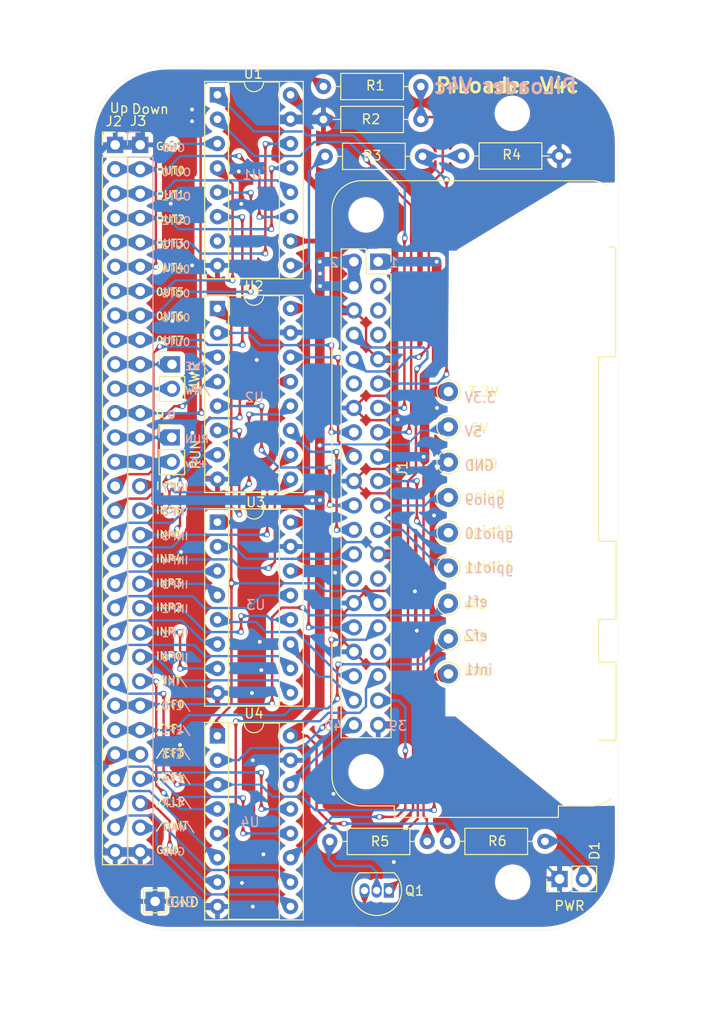
<source format=kicad_pcb>
(kicad_pcb (version 20221018) (generator pcbnew)
  (title_block (title "PiZero 1802 Membership Card Loader") (date "2023-04-06") (rev "4c"))
  (layers (0 "F.Cu" signal) (31 "B.Cu" signal) (34 "B.Paste" user) (35 "F.Paste" user) (36 "B.SilkS" user "B.Silkscreen") (37 "F.SilkS" user "F.Silkscreen") (38 "B.Mask" user) (39 "F.Mask" user) (44 "Edge.Cuts" user))
  (net 0 "")
  (net 1 "Net-(J1-BCM9_MISO)")
  (net 2 "GND")
  (net 3 "+3.3V")
  (net 4 "Net-(J1-BCM10_MOSI)")
  (net 5 "Net-(J1-BCM17)")
  (net 7 "Net-(J1-BCM22)")
  (net 8 "Net-(J1-BCM27)")
  (net 9 "/gpio.23-in7")
  (net 10 "/gpio.24-in6")
  (net 11 "+5V")
  (net 12 "Net-(J1-BCM11_SCLK)")
  (net 14 "Net-(J1-BCM14_TXD)")
  (net 17 "/gpio.25-in5")
  (net 19 "/gpio.08-in4")
  (net 20 "/gpio.07-in3")
  (net 23 "/gpio.12-in2")
  (net 24 "/gpio.05-mux")
  (net 25 "/gpio.06-int")
  (net 27 "/mc_out.0")
  (net 28 "/mc_out.1")
  (net 29 "/mc_out.2")
  (net 30 "/mc_out.3")
  (net 31 "/mc_out.4")
  (net 32 "/mc_out.5")
  (net 33 "/mc_out.6")
  (net 34 "/mc_out.7")
  (net 35 "/mc.we")
  (net 36 "/mc.mwr")
  (net 37 "/mc.q")
  (net 38 "/mc.run")
  (net 39 "/mc_in.7")
  (net 40 "/mc_in.6")
  (net 41 "/mc_in.5")
  (net 42 "/mc_in.4")
  (net 43 "/mc_in.3")
  (net 44 "/mc_in.2")
  (net 45 "/mc_in.1")
  (net 46 "/mc_in.0")
  (net 47 "/mc.int")
  (net 48 "/mc.ef1")
  (net 49 "/mc.ef2")
  (net 50 "/mc.ef3")
  (net 51 "/mc.ef4")
  (net 52 "/mc.clear")
  (net 53 "/mc.wait")
  (net 54 "/mcx.inp7")
  (net 55 "/mcx.inp6")
  (net 56 "/mcx.inp5")
  (net 57 "/gpio.19-clear")
  (net 58 "/gpio.16-in1")
  (net 59 "/gpio.26-wait")
  (net 60 "/gpio.20-in0")
  (net 61 "/gpio.21-ef4")
  (net 62 "/mcx.inp4")
  (net 63 "Net-(Q1-B)")
  (net 64 "/mcx.inp3")
  (net 65 "/mcx.inp2")
  (net 66 "/mcx.inp1")
  (net 67 "/mcx.inp0")
  (net 68 "/mcx.int")
  (net 69 "/mcx.ef4")
  (net 70 "/mcx.clear")
  (net 71 "/mcx.wait")
  (net 72 "Net-(D1-A)")
  (net 73 "Net-(J1-BCM15_RXD)")
  (net 74 "Net-(U1-Q7)")
  (footprint "Resistor_THT:R_Axial_DIN0207_L6.3mm_D2.5mm_P10.16mm_Horizontal" (layer "F.Cu") (at 154.257 47.117)
    (fp_text reference "R1")
    (fp_text value "12K")
  )
  (footprint "TestPoint:TestPoint_THTPad_D2.0mm_Drill1.0mm" (layer "F.Cu") (at 167.3 89.925)
    (fp_text reference "gpio9")
    (fp_text value "TestPoint")
  )
  (footprint "Package_DIP:DIP-16_W7.62mm_Socket" (layer "F.Cu") (at 143.200092 92.497793)
    (fp_text reference "U3")
    (fp_text value "74HCT157")
  )
  (footprint "TestPoint:TestPoint_THTPad_D2.0mm_Drill1.0mm" (layer "F.Cu") (at 167.3 104.625)
    (fp_text reference "ef2")
    (fp_text value "TestPoint")
  )
  (footprint "TestPoint:TestPoint_THTPad_2.0x2.0mm_Drill1.0mm" (layer "F.Cu") (at 136.7 132)
    (fp_text reference "gnd_tp2" hide)
    (fp_text value "TestPoint")
  )
  (footprint "TestPoint:TestPoint_THTPad_D2.0mm_Drill1.0mm" (layer "F.Cu") (at 167.3 82.575)
    (fp_text reference "5v_tp1" hide)
    (fp_text value "TestPoint")
  )
  (footprint "1 - PiZero Loader V4:MountingHole_3.2mm_M3" (layer "F.Cu") (at 174 82.5)
    (fp_text reference "H2" hide)
    (fp_text value "MountingHole")
  )
  (footprint "TestPoint:TestPoint_THTPad_D2.0mm_Drill1.0mm" (layer "F.Cu") (at 167.3 86.25)
    (fp_text reference "gnd_tp1" hide)
    (fp_text value "TestPoint")
  )
  (footprint "Resistor_THT:R_Axial_DIN0207_L6.3mm_D2.5mm_P10.16mm_Horizontal" (layer "F.Cu") (at 154.437847 54.389259)
    (fp_text reference "R3")
    (fp_text value "12K")
  )
  (footprint "TestPoint:TestPoint_THTPad_D2.0mm_Drill1.0mm" (layer "F.Cu") (at 167.3 108.3)
    (fp_text reference "int1")
    (fp_text value "TestPoint")
  )
  (footprint "Connector_PinHeader_2.54mm:PinHeader_1x02_P2.54mm_Vertical" (layer "F.Cu") (at 138.440135 83.675343)
    (fp_text reference "JP2" hide)
    (fp_text value "RUN")
  )
  (footprint "Connector_PinHeader_2.54mm:PinHeader_1x30_P2.54mm_Vertical" (layer "F.Cu") (at 132.532924 53.193589)
    (fp_text reference "J2")
    (fp_text value "Conn_01x30")
  )
  (footprint "TestPoint:TestPoint_THTPad_D2.0mm_Drill1.0mm" (layer "F.Cu") (at 167.3 100.95)
    (fp_text reference "ef1")
    (fp_text value "TestPoint")
  )
  (footprint "Package_DIP:DIP-16_W7.62mm_Socket" (layer "F.Cu") (at 143.200092 70.237472)
    (fp_text reference "U2")
    (fp_text value "74HCT157")
  )
  (footprint "Resistor_THT:R_Axial_DIN0207_L6.3mm_D2.5mm_P10.16mm_Horizontal" (layer "F.Cu") (at 164.417 50.546 180)
    (fp_text reference "R2")
    (fp_text value "20K")
  )
  (footprint "Package_DIP:DIP-16_W7.62mm_Socket" (layer "F.Cu") (at 143.200092 114.758115)
    (fp_text reference "U4")
    (fp_text value "74HCT157")
  )
  (footprint "Package_TO_SOT_THT:TO-92_Inline" (layer "F.Cu") (at 161.080413 130.868072 180)
    (fp_text reference "Q1")
    (fp_text value "2N2222")
  )
  (footprint "1 - PiZero Loader V4:MountingHole_3.2mm_M3" (layer "F.Cu") (at 174 130)
    (fp_text reference "H1" hide)
    (fp_text value "MountingHole")
  )
  (footprint "TestPoint:TestPoint_THTPad_D2.0mm_Drill1.0mm" (layer "F.Cu") (at 167.3 93.6)
    (fp_text reference "gpio10")
    (fp_text value "TestPoint")
  )
  (footprint "Connector_PinHeader_2.54mm:PinHeader_1x02_P2.54mm_Vertical" (layer "F.Cu") (at 138.463674 76.060473)
    (fp_text reference "JP1" hide)
    (fp_text value "MWR")
  )
  (footprint "Resistor_THT:R_Axial_DIN0207_L6.3mm_D2.5mm_P10.16mm_Horizontal" (layer "F.Cu") (at 154.921132 125.758247)
    (fp_text reference "R5")
    (fp_text value "10k")
  )
  (footprint "TestPoint:TestPoint_THTPad_D2.0mm_Drill1.0mm" (layer "F.Cu") (at 167.3 97.275)
    (fp_text reference "gpio11")
    (fp_text value "TestPoint")
  )
  (footprint "Connector_PinHeader_2.54mm:PinHeader_1x02_P2.54mm_Vertical" (layer "F.Cu") (at 178.883696 129.668525 90)
    (fp_text reference "D1")
    (fp_text value "LED")
  )
  (footprint "Package_DIP:DIP-16_W7.62mm_Socket" (layer "F.Cu") (at 143.200092 47.977151)
    (fp_text reference "U1")
    (fp_text value "74HCT165")
  )
  (footprint "1 - PiZero Loader V4:Raspberry_Pi_Zero_Socketed_THT_FaceDown_MountingHoles" (layer "F.Cu") (at 159.972 65.362)
    (fp_text reference "J1")
    (fp_text value "RPi_GPIO")
  )
  (footprint "Resistor_THT:R_Axial_DIN0207_L6.3mm_D2.5mm_P10.16mm_Horizontal" (layer "F.Cu") (at 167.199667 125.749419)
    (fp_text reference "R6")
    (fp_text value "470")
  )
  (footprint "TestPoint:TestPoint_THTPad_D2.0mm_Drill1.0mm" (layer "F.Cu") (at 167.3 78.9)
    (fp_text reference "3.3v_tp1" hide)
    (fp_text value "TestPoint")
  )
  (footprint "Resistor_THT:R_Axial_DIN0207_L6.3mm_D2.5mm_P10.16mm_Horizontal" (layer "F.Cu") (at 168.688143 54.349535)
    (fp_text reference "R4")
    (fp_text value "20K")
  )
  (footprint "Connector_PinSocket_2.54mm:PinSocket_1x30_P2.54mm_Vertical" (layer "B.Cu") (at 135.14653 53.196 180)
    (fp_text reference "J3")
    (fp_text value "Conn_01x30")
  )
  (footprint "1 - PiZero Loader V4:MountingHole_3.2mm_M3" (layer "B.Cu") (at 173.954618 49.912311 180)
    (fp_text reference "H4" hide)
    (fp_text value "MountingHole")
  )
  (gr_line locked (start 138 45) (end 177 45) (stroke (width 0.02)) (layer "Edge.Cuts"))
  (gr_arc locked (start 138 135) (mid 132.343146 132.656854) (end 130 127) (stroke (width 0.02)) (layer "Edge.Cuts"))
  (gr_arc locked (start 185 127) (mid 182.656854 132.656854) (end 177 135) (stroke (width 0.02)) (layer "Edge.Cuts"))
  (gr_arc locked (start 130 53) (mid 132.343146 47.343146) (end 138 45) (stroke (width 0.02)) (layer "Edge.Cuts"))
  (gr_line locked (start 130 127) (end 130 53) (stroke (width 0.02)) (layer "Edge.Cuts"))
  (gr_line locked (start 138 135) (end 177 135) (stroke (width 0.02)) (layer "Edge.Cuts"))
  (gr_line locked (start 185 127) (end 185 53) (stroke (width 0.02)) (layer "Edge.Cuts"))
  (gr_arc locked (start 177 45) (mid 182.656854 47.343146) (end 185 53) (stroke (width 0.02)) (layer "Edge.Cuts"))
  (gr_text "39" (at 163.068 114.3) (layer "B.SilkS") (effects (font (size 1 1)) (justify left bottom mirror)))
  (gr_text "PiLoader V4c\n" (at 173.2 47.1) (layer "B.SilkS") (effects (font (size 1.5 1.5) (thickness 0.3)) (justify mirror)))
  (gr_text "40" (at 156.337 114.3) (layer "B.SilkS") (effects (font (size 1 1)) (justify left bottom mirror)))
  (gr_text "U3" (at 148.3 101.7) (layer "B.SilkS") (effects (font (size 1 1)) (justify left bottom mirror)))
  (gr_text "3.3V\n\n5V\n\nGND\n\ngpio9\n\ngpio10\n\ngpio11\n\nef1\n\nef2\n\nint1" (at 168.9 108.5) (layer "B.SilkS") (effects (font (size 1.1 1)) (justify right bottom mirror)))
  (gr_text "GND\n\nOUT0\n\nOUT1\n\nOUT2\n\n0UT3\n\n0UT4\n\n0UT5\n\n0UT6\n\n0UT7\n\n/WE    \n\n/MW    \n\nQ \n\nRUN    \n\n+5v    \n\nINP7\n\nINP6\n\nINP5\n\nINP4\n\nINP3\n\nINP2\n\nINP1\n\nINP0\n\n/INT\n\n/EF0\n\n/EF1\n\n/EF3\n\n/EF4\n\n/CLR\n\n/WAIT\n\nGND" (at 137.287 90.17) (layer "B.SilkS") (effects (font (size 0.785 0.8)) (justify right mirror)))
  (gr_text "GND" (at 140.95456 132.659954) (layer "B.SilkS") (effects (font (size 1 1)) (justify left bottom mirror)))
  (gr_text "2" (at 155.956 66.04) (layer "B.SilkS") (effects (font (size 1 1)) (justify left bottom mirror)))
  (gr_text "1" (at 162.179 66.04) (layer "B.SilkS") (effects (font (size 1 1)) (justify left bottom mirror)))
  (gr_text "U2" (at 148.161 80.094) (layer "B.SilkS") (effects (font (size 1 1)) (justify left bottom mirror)))
  (gr_text "U1" (at 147.9 56.9) (layer "B.SilkS") (effects (font (size 1 1)) (justify left bottom mirror)))
  (gr_text "U4" (at 147.701 124.333) (layer "B.SilkS") (effects (font (size 1 1)) (justify left bottom mirror)))
  (gr_text "Down" (at 136.195037 49.465801) (layer "F.SilkS") (effects (font (size 1 1))))
  (gr_text "Up" (at 132.936482 49.355962) (layer "F.SilkS") (effects (font (size 1 1))))
  (gr_text "GND" (at 138.128 132.672) (layer "F.SilkS") (effects (font (size 1 1)) (justify left bottom)))
  (gr_text "PWR" (at 178.258884 133.053558) (layer "F.SilkS") (effects (font (size 1 1)) (justify left bottom)))
  (gr_text "5V" (at 169.518506 83.335413) (layer "F.SilkS") (effects (font (size 1 1)) (justify left bottom)))
  (gr_text "PiLoader V4c\n" (at 173.440506 47.009267) (layer "F.SilkS") (effects (font (size 1.5 1.5) (thickness 0.3))))
  (gr_text "MWR" (at 141.4 79.2 90) (layer "F.SilkS") (effects (font (size 1 1)) (justify left bottom)))
  (gr_text "3.3V" (at 169.2 79.5) (layer "F.SilkS") (effects (font (size 1 1)) (justify left bottom)))
  (gr_text "RUN" (at 141.5 87.1 90) (layer "F.SilkS") (effects (font (size 1 1)) (justify left bottom)))
  (gr_text "GND" (at 169.3 87) (layer "F.SilkS") (effects (font (size 1 1)) (justify left bottom)))
  (gr_text "GND\n\nOUT0\n\nOUT1\n\nOUT2\n\n0UT3\n\n0UT4\n\n0UT5\n\n0UT6\n\n0UT7\n\n\n\n\n\nQ\n\n\n\n\n\nINP7\n\nINP6\n\nINP5\n\nINP4\n\nINP3\n\nINP2\n\nINP1\n\nINP0\n\n/INT\n\n/EF0\n\n/EF1\n\n/EF3\n\n/EF4\n\n/CLR\n\n/WAIT\n\nGND" (at 136.7 90) (layer "F.SilkS") (effects (font (size 0.785 0.785)) (justify left)))
  (segment (start 164.838 90.762) (end 165.7 89.9) (width 0.25) (layer "B.Cu") (net 1))
  (segment (start 167.275 89.9) (end 167.3 89.925) (width 0.25) (layer "B.Cu") (net 1))
  (segment (start 159.972 90.762) (end 164.838 90.762) (width 0.25) (layer "B.Cu") (net 1))
  (segment (start 165.7 89.9) (end 167.275 89.9) (width 0.25) (layer "B.Cu") (net 1))
  (segment (start 140.613006 108.82805) (end 142.062749 110.277793) (width 1) (layer "F.Cu") (net 2))
  (segment (start 163.6 115.8) (end 161.422 113.622) (width 0.25) (layer "F.Cu") (net 2))
  (segment (start 155.4 69.6) (end 155.4 57.9) (width 1) (layer "F.Cu") (net 2))
  (segment (start 161.6 124.5) (end 163.6 122.5) (width 0.25) (layer "F.Cu") (net 2))
  (segment (start 140.56047 76.99053) (end 140.56047 83.15647) (width 1) (layer "F.Cu") (net 2))
  (segment (start 158.702 86.952) (end 161.91105 86.952) (width 0.25) (layer "F.Cu") (net 2))
  (segment (start 140.613006 93.055718) (end 140.613006 108.82805) (width 1) (layer "F.Cu") (net 2))
  (segment (start 155.4 57.9) (end 156.8 56.5) (width 1) (layer "F.Cu") (net 2))
  (segment (start 158.702 81.872) (end 161.957237 81.872) (width 0.25) (layer "F.Cu") (net 2))
  (segment (start 163.6 122.5) (end 163.6 115.8) (width 0.25) (layer "F.Cu") (net 2))
  (segment (start 140.56047 49.394911) (end 140.56047 56.096964) (width 1) (layer "F.Cu") (net 2))
  (segment (start 146.891 110.391) (end 146.891 117.305) (width 0.5) (layer "F.Cu") (net 2))
  (segment (start 161.325131 113.629869) (end 161.772131 113.182869) (width 0.01) (layer "F.Cu") (net 2))
  (segment (start 156.242 70.442) (end 155.4 69.6) (width 1) (layer "F.Cu") (net 2))
  (segment (start 140.613006 92.220748) (end 140.616277 92.224019) (width 1) (layer "F.Cu") (net 2))
  (segment (start 142.062749 110.277793) (end 143.200092 110.277793) (width 1) (layer "F.Cu") (net 2))
  (segment (start 161.968869 112.895131) (end 161.968869 112.986131) (width 0.5) (layer "F.Cu") (net 2))
  (segment (start 157.432 106.002) (end 155.908 104.478) (width 0.25) (layer "F.Cu") (net 2))
  (segment (start 162 81.8) (end 161.968869 81.831131) (width 0.5) (layer "F.Cu") (net 2))
  (segment (start 157.432 88.222) (end 158.702 89.492) (width 0.25) (layer "F.Cu") (net 2))
  (segment (start 154.257 50.546) (end 154.846 50.546) (width 1) (layer "F.Cu") (net 2))
  (segment (start 158.702 89.492) (end 161.948468 89.492) (width 0.25) (layer "F.Cu") (net 2))
  (segment (start 157.432 106.002) (end 158.702 107.272) (width 0.25) (layer "F.Cu") (net 2))
  (segment (start 161.741622 107.272) (end 161.806428 107.336806) (width 0.25) (layer "F.Cu") (net 2))
  (segment (start 161.422 113.622) (end 159.972 113.622) (width 0.25) (layer "F.Cu") (net 2))
  (segment (start 161.667849 99.652) (end 158.702 99.652) (width 0.25) (layer "F.Cu") (net 2))
  (segment (start 140.56047 87.494911) (end 140.987668 87.922109) (width 0.5) (layer "F.Cu") (net 2))
  (segment (start 157.432 80.602) (end 158.702 79.332) (width 0.25) (layer "F.Cu") (net 2))
  (segment (start 157.432 70.442) (end 158.700326 71.710326) (width 0.25) (layer "F.Cu") (net 2))
  (segment (start 155.908 102.446) (end 157.432 100.922) (width 0.25) (layer "F.Cu") (net 2))
  (segment (start 157.432 88.222) (end 158.702 86.952) (width 0.25) (layer "F.Cu") (net 2))
  (segment (start 146.891 124.036) (end 146.891 132.545) (width 0.5) (layer "F.Cu") (net 2))
  (segment (start 156.8 56.5) (end 156.8 52.5) (width 1) (layer "F.Cu") (net 2))
  (segment (start 158.702 107.272) (end 161.741622 107.272) (width 0.25) (layer "F.Cu") (net 2))
  (segment (start 161.7 81.5) (end 161.968869 81.768869) (width 0.75) (layer "F.Cu") (net 2))
  (segment (start 159.972 75.522) (end 161.322 75.522) (width 0.75) (layer "F.Cu") (net 2))
  (segment (start 161.968869 81.831131) (end 161.968869 87) (width 0.75) (layer "F.Cu") (net 2))
  (segment (start 161.968869 81.768869) (end 162 81.8) (width 0.5) (layer "F.Cu") (net 2))
  (segment (start 140.616277 93.052447) (end 140.613006 93.055718) (width 1) (layer "F.Cu") (net 2))
  (segment (start 161.6 127.9) (end 161.6 124.5) (width 0.25) (layer "F.Cu") (net 2))
  (segment (start 155.908 104.478) (end 155.908 102.446) (width 0.25) (layer "F.Cu") (net 2))
  (segment (start 157.432 70.442) (end 156.242 70.442) (width 1) (layer "F.Cu") (net 2))
  (segment (start 146.8 110.3) (end 146.891 110.391) (width 0.5) (layer "F.Cu") (net 2))
  (segment (start 161.91105 86.952) (end 161.968869 86.894181) (width 0.25) (layer "F.Cu") (net 2))
  (segment (start 158.700326 74.250326) (end 159.972 75.522) (width 0.25) (layer "F.Cu") (net 2))
  (segment (start 161.322 75.522) (end 161.7 75.9) (width 0.75) (layer "F.Cu") (net 2))
  (segment (start 140.589 83.185) (end 140.56047 83.21353) (width 1) (layer "F.Cu") (net 2))
  (segment (start 161.806428 107.336806) (end 161.806428 108.217188) (width 0.25) (layer "F.Cu") (net 2))
  (segment (start 140.987668 87.922109) (end 143.16282 87.922109) (width 0.5) (layer "F.Cu") (net 2))
  (segment (start 161.948468 89.492) (end 161.968869 89.471599) (width 0.25) (layer "F.Cu") (net 2))
  (segment (start 140.56047 83.21353) (end 140.56047 87.494911) (width 1) (layer "F.Cu") (net 2))
  (segment (start 161.968869 112.986131) (end 161.325131 113.629869) (width 0.75) (layer "F.Cu") (net 2))
  (segment (start 158.700326 71.710326) (end 158.700326 74.250326) (width 0.25) (layer "F.Cu") (net 2))
  (segment (start 140.616277 92.224019) (end 140.616277 93.052447) (width 1) (layer "F.Cu") (net 2))
  (segment (start 161.957237 81.872) (end 161.968869 81.860368) (width 0.25) (layer "F.Cu") (net 2))
  (segment (start 159.972 95.842) (end 161.623 95.842) (width 1) (layer "F.Cu") (net 2))
  (segment (start 146.891 117.305) (end 146.891 124.036) (width 0.5) (layer "F.Cu") (net 2))
  (segment (start 140.613006 87.618063) (end 140.613006 92.220748) (width 1) (layer "F.Cu") (net 2))
  (segment (start 140.56047 83.15647) (end 140.589 83.185) (width 1) (layer "F.Cu") (net 2))
  (segment (start 140.56047 76.99053) (end 140.56047 65.749405) (width 1) (layer "F.Cu") (net 2))
  (segment (start 161.961601 79.332) (end 161.968869 79.339268) (width 0.25) (layer "F.Cu") (net 2))
  (segment (start 158.702 79.332) (end 161.961601 79.332) (width 0.25) (layer "F.Cu") (net 2))
  (segment (start 161.242 113.622) (end 159.972 113.622) (width 0.75) (layer "F.Cu") (net 2))
  (segment (start 161.7 75.9) (end 161.7 81.5) (width 0.75) (layer "F.Cu") (net 2))
  (segment (start 154.846 50.546) (end 156.8 52.5) (width 1) (layer "F.Cu") (net 2))
  (segment (start 161.968869 87) (end 161.968869 112.895131) (width 0.75) (layer "F.Cu") (net 2))
  (segment (start 157.432 80.602) (end 158.702 81.872) (width 0.25) (layer "F.Cu") (net 2))
  (segment (start 140.544424 87.549481) (end 140.613006 87.618063) (width 1) (layer "F.Cu") (net 2))
  (segment (start 158.702 99.652) (end 157.432 100.922) (width 0.25) (layer "F.Cu") (net 2))
  (via (at 148 127.1) (size 0.6) (drill 0.4) (layers "F.Cu" "B.Cu") (net 2))
  (via (at 147.614964 104.961811) (size 0.6) (drill 0.4) (layers "F.Cu" "B.Cu") (net 2))
  (via (at 138.333833 59.320489) (size 0.6) (drill 0.4) (layers "F.Cu" "B.Cu") (net 2))
  (via (at 147.3 75.6) (size 0.6) (drill 0.4) (layers "F.Cu" "B.Cu") (net 2))
  (via (at 147.778748 107.909935) (size 0.6) (drill 0.4) (layers "F.Cu" "B.Cu") (net 2))
  (via (at 155.476627 97.755286) (size 0.6) (drill 0.4) (layers "F.Cu" "B.Cu") (net 2))
  (via (at 145.758738 130.075457) (size 0.6) (drill 0.4) (layers "F.Cu" "B.Cu") (net 2))
  (via (at 140.56047 65.749405) (size 0.6) (drill 0.4) (layers "F.Cu" "B.Cu") (net 2))
  (via (at 140.589 83.185) (size 0.6) (drill 0.4) (layers "F.Cu" "B.Cu") (net 2))
  (via (at 165.8 91.8) (size 0.6) (drill 0.4) (layers "F.Cu" "B.Cu") (net 2))
  (via (at 140.553251 49.506003) (size 0.6) (drill 0.4) (layers "F.Cu" "B.Cu") (net 2))
  (via (at 146.891 132.545) (size 0.6) (drill 0.4) (layers "F.Cu" "B.Cu") (net 2))
  (via (at 164 103.8) (size 0.6) (drill 0.4) (layers "F.Cu" "B.Cu") (net 2))
  (via (at 139.3 115.7) (size 0.6) (drill 0.4) (layers "F.Cu" "B.Cu") (net 2))
  (via (at 163.8 99.7) (size 0.6) (drill 0.4) (layers "F.Cu" "B.Cu") (net 2))
  (via (at 146.891 117.305) (size 0.6) (drill 0.4) (layers "F.Cu" "B.Cu") (net 2))
  (via (at 146.8 110.3) (size 0.6) (drill 0.4) (layers "F.Cu" "B.Cu") (net 2))
  (via (at 138.279239 106.381278) (size 0.6) (drill 0.4) (layers "F.Cu" "B.Cu") (net 2))
  (via (at 161.6 127.9) (size 0.6) (drill 0.4) (layers "F.Cu" "B.Cu") (net 2))
  (via (at 145.685944 59.338687) (size 0.6) (drill 0.4) (layers "F.Cu" "B.Cu") (net 2))
  (via (at 162 81.8) (size 0.6) (drill 0.4) (layers "F.Cu" "B.Cu") (net 2))
  (via (at 138.497618 71.549743) (size 0.6) (drill 0.4) (layers "F.Cu" "B.Cu") (net 2))
  (via (at 166.1 80.6) (size 0.6) (drill 0.4) (layers "F.Cu" "B.Cu") (net 2))
  (via (at 161.1 92.1) (size 0.6) (drill 0.4) (layers "F.Cu" "B.Cu") (net 2))
  (via (at 140.553251 50.733003) (size 0.6) (drill 0.4) (layers "F.Cu" "B.Cu") (net 2))
  (via (at 145.431168 55.953804) (size 0.6) (drill 0.4) (layers "F.Cu" "B.Cu") (net 2))
  (via (at 161.968869 87) (size 0.6) (drill 0.4) (layers "F.Cu" "B.Cu") (net 2))
  (via (at 140.56047 76.99053) (size 0.6) (drill 0.4) (layers "F.Cu" "B.Cu") (net 2))
  (via (at 139.4 95.6) (size 0.6) (drill 0.4) (layers "F.Cu" "B.Cu") (net 2))
  (via (at 155.3 120.8) (size 0.6) (drill 0.4) (layers "F.Cu" "B.Cu") (net 2))
  (segment (start 148.024743 71.189743) (end 149.397716 72.562716) (width 0.25) (layer "B.Cu") (net 2))
  (segment (start 143.081 132.545) (end 146.891 132.545) (width 0.5) (layer "B.Cu") (net 2))
  (segment (start 140.553251 48.254789) (end 140.553251 49.506003) (width 1) (layer "B.Cu") (net 2))
  (segment (start 146.891 117.305) (end 150.701 117.305) (width 0.25) (layer "B.Cu") (net 2))
  (segment (start 150.96095 95.07405) (end 152.431828 95.07405) (width 0.25) (layer "B.Cu") (net 2))
  (segment (start 161.6 127.9) (end 169.8 127.9) (width 0.25) (layer "B.Cu") (net 2))
  (segment (start 140.450248 50.63) (end 135.806 50.63) (width 1) (layer "B.Cu") (net 2))
  (segment (start 132.535335 53.196) (end 132.532924 53.193589) (width 1) (layer "B.Cu") (net 2))
  (segment (start 176.611103 127.4) (end 178.928756 129.717653) (width 0.25) (layer "B.Cu") (net 2))
  (segment (start 135.14653 53.196) (end 132.535335 53.196) (width 1) (layer "B.Cu") (net 2))
  (segment (start 130.762 126.195) (end 131.420589 126.853589) (width 0.75) (layer "B.Cu") (net 2))
  (segment (start 135.144201 126.853589) (end 135.14653 126.855918) (width 1) (layer "B.Cu") (net 2))
  (segment (start 149.397716 72.562716) (end 152.735284 72.562716) (width 0.25) (layer "B.Cu") (net 2))
  (segment (start 144.907 46.228) (end 141.949243 46.228) (width 1) (layer "B.Cu") (net 2))
  (segment (start 131.499525 53.296491) (end 130.761114 54.034902) (width 0.75) (layer "B.Cu") (net 2))
  (segment (start 164.9 81.8) (end 166.1 80.6) (width 0.25) (layer "B.Cu") (net 2))
  (segment (start 160.3 52.4) (end 177.740473 52.4) (width 0.25) (layer "B.Cu") (net 2))
  (segment (start 131.420589 126.853589) (end 132.532924 126.853589) (width 0.75) (layer "B.Cu") (net 2))
  (segment (start 136.731 129.37) (end 137.6835 128.4175) (width 0.3) (layer "B.Cu") (net 2))
  (segment (start 153.919 50.673) (end 153.792 50.546) (width 1) (layer "B.Cu") (net 2))
  (segment (start 146.8 110.3) (end 146.770342 110.329658) (width 0.5) (layer "B.Cu") (net 2))
  (segment (start 178.928756 129.717653) (end 179.043133 129.717653) (width 0.25) (layer "B.Cu") (net 2))
  (segment (start 170.3 127.4) (end 176.611103 127.4) (width 0.25) (layer "B.Cu") (net 2))
  (segment (start 178.809526 53.469053) (end 178.809526 54.347943) (width 0.25) (layer "B.Cu") (net 2))
  (segment (start 149.225 50.546) (end 144.907 46.228) (width 1) (layer "B.Cu") (net 2))
  (segment (start 154.856 70.442) (end 157.432 70.442) (width 0.25) (layer "B.Cu") (net 2))
  (segment (start 146.402738 65.786) (end 148.024743 67.408005) (width 0.25) (layer "B.Cu") (net 2))
  (segment (start 177.740473 52.4) (end 178.809526 53.469053) (width 0.25) (layer "B.Cu") (net 2))
  (segment (start 135.806 50.63) (end 135.14653 51.28947) (width 1) (layer "B.Cu") (net 2))
  (segment (start 153.792 50.546) (end 149.225 50.546) (width 1) (layer "B.Cu") (net 2))
  (segment (start 165.85 86.25) (end 165.1 87) (width 0.5) (layer "B.Cu") (net 2))
  (segment (start 132.673414 53.286776) (end 131.513901 53.286776) (width 0.75) (layer "B.Cu") (net 2))
  (segment (start 148.024743 67.408005) (end 148.024743 71.189743) (width 0.25) (layer "B.Cu") (net 2))
  (segment (start 165.1 87) (end 161.968869 87) (width 0.5) (layer "B.Cu") (net 2))
  (segment (start 152.735284 72.562716) (end 154.856 70.442) (width 0.25) (layer "B.Cu") (net 2))
  (segment (start 167.3 86.25) (end 165.85 86.25) (width 0.5) (layer "B.Cu") (net 2))
  (segment (start 136.121918 126.855918) (end 141.811 132.545) (width 0.75) (layer "B.Cu") (net 2))
  (segment (start 143.200092 65.757151) (end 140.568216 65.757151) (width 0.5) (layer "B.Cu") (net 2))
  (segment (start 141.949243 46.228) (end 140.553251 47.623992) (width 1) (layer "B.Cu") (net 2))
  (segment (start 152.431828 95.07405) (end 152.929456 94.576422) (width 0.25) (layer "B.Cu") (net 2))
  (segment (start 158.446 50.546) (end 160.3 52.4) (width 0.25) (layer "B.Cu") (net 2))
  (segment (start 141.811 132.545) (end 143.081 132.545) (width 0.75) (layer "B.Cu") (net 2))
  (segment (start 132.532924 126.853589) (end 135.144201 126.853589) (width 1) (layer "B.Cu") (net 2))
  (segment (start 169.8 127.9) (end 170.3 127.4) (width 0.25) (layer "B.Cu") (net 2))
  (segment (start 140.568216 65.757151) (end 140.56047 65.749405) (width 0.25) (layer "B.Cu") (net 2))
  (segment (start 140.553251 47.623992) (end 140.553251 48.254789) (width 1) (layer "B.Cu") (net 2))
  (segment (start 136.731 132.037) (end 136.731 129.37) (width 0.3) (layer "B.Cu") (net 2))
  (segment (start 135.14653 126.855918) (end 136.121918 126.855918) (width 0.75) (layer "B.Cu") (net 2))
  (segment (start 135.14653 51.28947) (end 135.14653 53.196) (width 1) (layer "B.Cu") (net 2))
  (segment (start 137.6835 128.4175) (end 136.7945 127.5285) (width 0.3) (layer "B.Cu") (net 2))
  (segment (start 140.553251 49.506003) (end 140.553251 50.733003) (width 1) (layer "B.Cu") (net 2))
  (segment (start 152.929456 94.576422) (end 158.706422 94.576422) (width 0.25) (layer "B.Cu") (net 2))
  (segment (start 146.770342 110.329658) (end 143.325342 110.329658) (width 0.5) (layer "B.Cu") (net 2))
  (segment (start 140.553251 50.733003) (end 140.450248 50.63) (width 1) (layer "B.Cu") (net 2))
  (segment (start 130.762 54.059) (end 130.762 126.195) (width 0.75) (layer "B.Cu") (net 2))
  (segment (start 143.129 65.786) (end 146.402738 65.786) (width 0.25) (layer "B.Cu") (net 2))
  (segment (start 158.706422 94.576422) (end 159.972 95.842) (width 0.25) (layer "B.Cu") (net 2))
  (segment (start 162 81.8) (end 164.9 81.8) (width 0.25) (layer "B.Cu") (net 2))
  (segment (start 154.257 50.546) (end 158.446 50.546) (width 0.25) (layer "B.Cu") (net 2))
  (segment (start 164.8 77.3) (end 166.068 76.032) (width 1) (layer "F.Cu") (net 3))
  (segment (start 164.9 78.9) (end 164.8 79) (width 0.2) (layer "F.Cu") (net 3))
  (segment (start 165.044898 123.455102) (end 165.044898 125.730657) (width 0.25) (layer "F.Cu") (net 3))
  (segment (start 167.3 78.9) (end 164.9 78.9) (width 0.5) (layer "F.Cu") (net 3))
  (segment (start 164.7 85.682) (end 164.7 123.110204) (width 0.25) (layer "F.Cu") (net 3))
  (segment (start 164.8 86) (end 164.8 79) (width 1) (layer "F.Cu") (net 3))
  (segment (start 166.068 76.032) (end 166.068 65.362) (width 1) (layer "F.Cu") (net 3))
  (segment (start 164.8 79) (end 164.8 77.3) (width 1) (layer "F.Cu") (net 3))
  (segment (start 164.7 123.110204) (end 165.044898 123.455102) (width 0.25) (layer "F.Cu") (net 3))
  (via (at 166.068 65.362) (size 0.6) (drill 0.4) (layers "F.Cu" "B.Cu") (net 3))
  (via (at 164.7 85.682) (size 0.6) (drill 0.4) (layers "F.Cu" "B.Cu") (net 3))
  (segment (start 159.972 65.362) (end 166.068 65.362) (width 1) (layer "B.Cu") (net 3))
  (segment (start 164.7 85.682) (end 159.972 85.682) (width 1) (layer "B.Cu") (net 3))
  (segment (start 164 88.2) (end 164 92.4) (width 0.25) (layer "F.Cu") (net 4))
  (via (at 164 92.4) (size 0.6) (drill 0.4) (layers "F.Cu" "B.Cu") (net 4))
  (via (at 164 88.2) (size 0.6) (drill 0.4) (layers "F.Cu" "B.Cu") (net 4))
  (segment (start 159.972 88.222) (end 163.978 88.222) (width 0.25) (layer "B.Cu") (net 4))
  (segment (start 164 92.4) (end 165.3 93.7) (width 0.25) (layer "B.Cu") (net 4))
  (segment (start 165.3 93.7) (end 166.95 93.7) (width 0.25) (layer "B.Cu") (net 4))
  (segment (start 163.978 88.222) (end 164 88.2) (width 0.25) (layer "B.Cu") (net 4))
  (segment (start 167.1 56.8) (end 167.1 77.1) (width 0.25) (layer "F.Cu") (net 5))
  (via (at 167.1 77.1) (size 0.6) (drill 0.4) (layers "F.Cu" "B.Cu") (net 5))
  (via (at 167.1 56.8) (size 0.6) (drill 0.4) (layers "F.Cu" "B.Cu") (net 5))
  (segment (start 167.008588 56.8) (end 167.1 56.8) (width 0.25) (layer "B.Cu") (net 5))
  (segment (start 168.649526 54.347943) (end 164.489337 54.347943) (width 0.25) (layer "B.Cu") (net 5))
  (segment (start 167.1 77.1) (end 166.138 78.062) (width 0.25) (layer "B.Cu") (net 5))
  (segment (start 164.489337 54.347943) (end 164.466165 54.371115) (width 0.25) (layer "B.Cu") (net 5))
  (segment (start 166.138 78.062) (end 159.972 78.062) (width 0.25) (layer "B.Cu") (net 5))
  (segment (start 168.626354 54.371115) (end 168.649526 54.347943) (width 0.25) (layer "B.Cu") (net 5))
  (segment (start 164.597847 54.389259) (end 167.008588 56.8) (width 0.25) (layer "B.Cu") (net 5))
  (segment (start 164.466165 54.371115) (end 168.626354 54.371115) (width 0.25) (layer "B.Cu") (net 5))
  (segment (start 163.406043 59.520043) (end 163.406043 82.093957) (width 0.25) (layer "F.Cu") (net 7))
  (segment (start 163.406043 82.093957) (end 163.2 82.3) (width 0.25) (layer "F.Cu") (net 7))
  (segment (start 158.75 54.737) (end 158.75 54.864) (width 0.25) (layer "F.Cu") (net 7))
  (segment (start 163.2 82.3) (end 163.2 83.1) (width 0.25) (layer "F.Cu") (net 7))
  (segment (start 158.75 54.864) (end 163.406043 59.520043) (width 0.25) (layer "F.Cu") (net 7))
  (via (at 163.2 83.1) (size 0.6) (drill 0.4) (layers "F.Cu" "B.Cu") (net 7))
  (via (at 158.75 54.737) (size 0.6) (drill 0.4) (layers "F.Cu" "B.Cu") (net 7))
  (segment (start 156.913 52.9) (end 153.281318 52.9) (width 0.25) (layer "B.Cu") (net 7))
  (segment (start 147.038941 54.356) (end 143.200092 50.517151) (width 0.25) (layer "B.Cu") (net 7))
  (segment (start 159.972 83.142) (end 163.158 83.142) (width 0.25) (layer "B.Cu") (net 7))
  (segment (start 163.158 83.142) (end 163.2 83.1) (width 0.25) (layer "B.Cu") (net 7))
  (segment (start 153.281318 52.9) (end 151.825318 54.356) (width 0.25) (layer "B.Cu") (net 7))
  (segment (start 158.75 54.737) (end 156.913 52.9) (width 0.25) (layer "B.Cu") (net 7))
  (segment (start 151.825318 54.356) (end 147.038941 54.356) (width 0.25) (layer "B.Cu") (net 7))
  (segment (start 162.7 80.6) (end 162.7 62.961564) (width 0.25) (layer "F.Cu") (net 8))
  (segment (start 162.7 62.961564) (end 162.744008 62.917556) (width 0.25) (layer "F.Cu") (net 8))
  (via (at 162.7 80.6) (size 0.6) (drill 0.4) (layers "F.Cu" "B.Cu") (net 8))
  (via (at 162.744008 62.917556) (size 0.6) (drill 0.4) (layers "F.Cu" "B.Cu") (net 8))
  (segment (start 143.200092 47.977151) (end 147.022941 51.8) (width 0.25) (layer "B.Cu") (net 8))
  (segment (start 152.110975 51.8) (end 152.510975 52.2) (width 0.25) (layer "B.Cu") (net 8))
  (segment (start 152.510975 52.2) (end 157.356 52.2) (width 0.25) (layer "B.Cu") (net 8))
  (segment (start 162.744008 57.588008) (end 162.744008 62.917556) (width 0.25) (layer "B.Cu") (net 8))
  (segment (start 147.022941 51.8) (end 152.110975 51.8) (width 0.25) (layer "B.Cu") (net 8))
  (segment (start 162.7 80.602) (end 159.972 80.602) (width 0.25) (layer "B.Cu") (net 8))
  (segment (start 157.356 52.2) (end 162.744008 57.588008) (width 0.25) (layer "B.Cu") (net 8))
  (segment (start 155.078638 83.131295) (end 155.078638 74.057006) (width 0.25) (layer "F.Cu") (net 9))
  (via (at 155.078638 74.057006) (size 0.6) (drill 0.4) (layers "F.Cu" "B.Cu") (net 9))
  (via (at 155.078638 83.131295) (size 0.6) (drill 0.4) (layers "F.Cu" "B.Cu") (net 9))
  (segment (start 155.089343 83.142) (end 155.078638 83.131295) (width 0.25) (layer "B.Cu") (net 9))
  (segment (start 147.681504 74.057006) (end 146.40197 72.777472) (width 0.25) (layer "B.Cu") (net 9))
  (segment (start 155.078638 74.057006) (end 147.681504 74.057006) (width 0.25) (layer "B.Cu") (net 9))
  (segment (start 157.432 83.142) (end 155.089343 83.142) (width 0.25) (layer "B.Cu") (net 9))
  (segment (start 146.40197 72.777472) (end 143.200092 72.777472) (width 0.25) (layer "B.Cu") (net 9))
  (segment (start 155.787751 84.037751) (end 157.432 85.682) (width 0.25) (layer "F.Cu") (net 10))
  (segment (start 155.787751 75.357537) (end 155.787751 84.037751) (width 0.25) (layer "F.Cu") (net 10))
  (via (at 155.787751 75.357537) (size 0.6) (drill 0.4) (layers "F.Cu" "B.Cu") (net 10))
  (segment (start 155.747686 75.317472) (end 155.787751 75.357537) (width 0.25) (layer "B.Cu") (net 10))
  (segment (start 150.820092 75.317472) (end 155.747686 75.317472) (width 0.25) (layer "B.Cu") (net 10))
  (segment (start 155.015 123.9) (end 153.543 122.428) (width 0.25) (layer "F.Cu") (net 11))
  (segment (start 150.749 48.006) (end 152.599587 49.856587) (width 0.75) (layer "F.Cu") (net 11))
  (segment (start 153.543 122.428) (end 153.543 115.747027) (width 0.25) (layer "F.Cu") (net 11))
  (segment (start 152.554088 114.758115) (end 150.820092 114.758115) (width 0.25) (layer "F.Cu") (net 11))
  (segment (start 153.876 65.362) (end 153.876 63.246) (width 1) (layer "F.Cu") (net 11))
  (segment (start 153.1 90.2) (end 153.468296 90.2) (width 1) (layer "F.Cu") (net 11))
  (segment (start 153.876 90.220051) (end 153.876 111.717) (width 1) (layer "F.Cu") (net 11))
  (segment (start 153.845074 70.202028) (end 150.842739 70.202028) (width 0.5) (layer "F.Cu") (net 11))
  (segment (start 150.996877 92.498123) (end 153.537123 92.498123) (width 0.5) (layer "F.Cu") (net 11))
  (segment (start 152.599587 49.856587) (end 152.599587 56.592587) (width 0.75) (layer "F.Cu") (net 11))
  (segment (start 150.820092 63.217151) (end 153.847151 63.217151) (width 0.5) (layer "F.Cu") (net 11))
  (segment (start 153.876 57.869) (end 153.876 63.246) (width 1) (layer "F.Cu") (net 11))
  (segment (start 153.847151 63.217151) (end 153.876 63.246) (width 0.2) (layer "F.Cu") (net 11))
  (segment (start 156.4 123.9) (end 155.015 123.9) (width 0.25) (layer "F.Cu") (net 11))
  (segment (start 153.876 90.220051) (end 153.876 84.5) (width 1) (layer "F.Cu") (net 11))
  (segment (start 152.599587 56.592587) (end 153.876 57.869) (width 0.75) (layer "F.Cu") (net 11))
  (segment (start 153.876 111.717) (end 150.828 114.765) (width 0.75) (layer "F.Cu") (net 11))
  (segment (start 153.876 84.5) (end 153.876 65.362) (width 1) (layer "F.Cu") (net 11))
  (segment (start 153.543 115.747027) (end 152.554088 114.758115) (width 0.25) (layer "F.Cu") (net 11))
  (via (at 153.116453 90.234623) (size 0.6) (drill 0.4) (layers "F.Cu" "B.Cu") (net 11))
  (via (at 153.9 90.2) (size 0.6) (drill 0.4) (layers "F.Cu" "B.Cu") (net 11))
  (via (at 153.876 84.5) (size 0.6) (drill 0.4) (layers "F.Cu" "B.Cu") (net 11))
  (via (at 153.9 66.6) (size 0.6) (drill 0.4) (layers "F.Cu" "B.Cu") (net 11))
  (via (at 153.876 65.362) (size 0.6) (drill 0.4) (layers "F.Cu" "B.Cu") (net 11))
  (via (at 156.4 123.9) (size 0.6) (drill 0.4) (layers "F.Cu" "B.Cu") (net 11))
  (via (at 153.9 67.9) (size 0.6) (drill 0.4) (layers "F.Cu" "B.Cu") (net 11))
  (segment (start 157.432 65.362) (end 153.924 65.362) (width 1) (layer "B.Cu") (net 11))
  (segment (start 156.4 123.9) (end 167 123.9) (width 0.25) (layer "B.Cu") (net 11))
  (segment (start 164.45 82.95) (end 167.3 82.95) (width 0.2) (layer "B.Cu") (net 11))
  (segment (start 153.9 66.6) (end 153.9 65.386) (width 0.75) (layer "B.Cu") (net 11))
  (segment (start 157.478 67.9) (end 153.922 67.9) (width 1) (layer "B.Cu") (net 11))
  (segment (start 132.532924 86.213589) (end 135.144201 86.213589) (width 1) (layer "B.Cu") (net 11))
  (segment (start 167.199667 124.099667) (end 167.199667 125.749419) (width 0.25) (layer "B.Cu") (net 11))
  (segment (start 167 123.9) (end 167.199667 124.099667) (width 0.25) (layer "B.Cu") (net 11))
  (segment (start 138.439478 86.216) (end 138.440135 86.215343) (width 0.2) (layer "B.Cu") (net 11))
  (segment (start 153.9 90.2) (end 137 90.2) (width 1) (layer "B.Cu") (net 11))
  (segment (start 138.440135 86.215343) (end 138.438381 86.213589) (width 0.75) (layer "B.Cu") (net 11))
  (segment (start 157.432 65.362) (end 157.432 67.902) (width 1) (layer "B.Cu") (net 11))
  (segment (start 153.9 67.9) (end 153.9 66.6) (width 0.75) (layer "B.Cu") (net 11))
  (segment (start 135.144201 86.213589) (end 135.14653 86.215918) (width 0.25) (layer "B.Cu") (net 11))
  (segment (start 153.876 84.5) (end 153.976 84.4) (width 0.2) (layer "B.Cu") (net 11))
  (segment (start 163 84.4) (end 164.45 82.95) (width 0.2) (layer "B.Cu") (net 11))
  (segment (start 153.924 65.362) (end 153.9 65.386) (width 1) (layer "B.Cu") (net 11))
  (segment (start 136.8 90) (end 137 90.2) (width 1) (layer "B.Cu") (net 11))
  (segment (start 136.8 86.213589) (end 135.144201 86.213589) (width 0.75) (layer "B.Cu") (net 11))
  (segment (start 136.8 86.306794) (end 136.8 90.093205) (width 1) (layer "B.Cu") (net 11))
  (segment (start 153.976 84.4) (end 163 84.4) (width 0.2) (layer "B.Cu") (net 11))
  (segment (start 153.9 65.386) (end 153.876 65.362) (width 0.25) (layer "B.Cu") (net 11))
  (segment (start 135.14653 86.216) (end 138.439478 86.216) (width 0.2) (layer "B.Cu") (net 11))
  (segment (start 138.438381 86.213589) (end 136.8 86.213589) (width 0.75) (layer "B.Cu") (net 11))
  (segment (start 162.502 93.302) (end 167.3 98.1) (width 0.25) (layer "B.Cu") (net 12))
  (segment (start 159.972 93.302) (end 162.502 93.302) (width 0.25) (layer "B.Cu") (net 12))
  (segment (start 163.9 87.416116) (end 163.075 88.241116) (width 0.25) (layer "F.Cu") (net 14))
  (segment (start 163.2 128.748485) (end 161.080413 130.868072) (width 0.25) (layer "F.Cu") (net 14))
  (segment (start 164.1 123.4) (end 163.2 124.3) (width 0.25) (layer "F.Cu") (net 14))
  (segment (start 163.075 88.241116) (end 163.075 104.758884) (width 0.25) (layer "F.Cu") (net 14))
  (segment (start 163.9 76.630543) (end 163.9 87.416116) (width 0.25) (layer "F.Cu") (net 14))
  (segment (start 163.075 104.758884) (end 164.1 105.783884) (width 0.25) (layer "F.Cu") (net 14))
  (segment (start 164.030543 76.5) (end 163.9 76.630543) (width 0.25) (layer "F.Cu") (net 14))
  (segment (start 164.1 105.783884) (end 164.1 123.4) (width 0.25) (layer "F.Cu") (net 14))
  (segment (start 163.2 124.3) (end 163.2 128.748485) (width 0.25) (layer "F.Cu") (net 14))
  (via (at 164.030543 76.5) (size 0.6) (drill 0.4) (layers "F.Cu" "B.Cu") (net 14))
  (segment (start 165.1 75.430543) (end 165.1 74.711366) (width 0.25) (layer "B.Cu") (net 14))
  (segment (start 158.75 74.3) (end 157.432 72.982) (width 0.25) (layer "B.Cu") (net 14))
  (segment (start 165.1 74.711366) (end 164.688634 74.3) (width 0.25) (layer "B.Cu") (net 14))
  (segment (start 164.030543 76.5) (end 165.1 75.430543) (width 0.25) (layer "B.Cu") (net 14))
  (segment (start 164.688634 74.3) (end 158.75 74.3) (width 0.25) (layer "B.Cu") (net 14))
  (segment (start 154.913864 86.8) (end 154.913864 90.702027) (width 0.25) (layer "F.Cu") (net 17))
  (segment (start 147.8 85) (end 147.8 80.397472) (width 0.25) (layer "F.Cu") (net 17))
  (via (at 154.913864 86.8) (size 0.6) (drill 0.4) (layers "F.Cu" "B.Cu") (net 17))
  (via (at 147.8 85) (size 0.6) (drill 0.4) (layers "F.Cu" "B.Cu") (net 17))
  (via (at 147.8 80.397472) (size 0.6) (drill 0.4) (layers "F.Cu" "B.Cu") (net 17))
  (via (at 154.913864 90.702027) (size 0.6) (drill 0.4) (layers "F.Cu" "B.Cu") (net 17))
  (segment (start 147.8 80.397472) (end 143.200092 80.397472) (width 0.25) (layer "B.Cu") (net 17))
  (segment (start 154.973837 90.762) (end 154.913864 90.702027) (width 0.25) (layer "B.Cu") (net 17))
  (segment (start 154.913864 86.8) (end 149.6 86.8) (width 0.25) (layer "B.Cu") (net 17))
  (segment (start 157.432 90.762) (end 154.973837 90.762) (width 0.25) (layer "B.Cu") (net 17))
  (segment (start 149.6 86.8) (end 147.8 85) (width 0.25) (layer "B.Cu") (net 17))
  (segment (start 155.628862 93.323684) (end 155.628862 85.167417) (width 0.25) (layer "F.Cu") (net 19))
  (via (at 155.628862 93.323684) (size 0.6) (drill 0.4) (layers "F.Cu" "B.Cu") (net 19))
  (via (at 155.628862 85.167417) (size 0.6) (drill 0.4) (layers "F.Cu" "B.Cu") (net 19))
  (segment (start 152.967417 85.167417) (end 150.820092 83.020092) (width 0.25) (layer "B.Cu") (net 19))
  (segment (start 155.650546 93.302) (end 155.628862 93.323684) (width 0.25) (layer "B.Cu") (net 19))
  (segment (start 155.628862 85.167417) (end 152.967417 85.167417) (width 0.25) (layer "B.Cu") (net 19))
  (segment (start 150.820092 83.020092) (end 150.820092 82.937472) (width 0.25) (layer "B.Cu") (net 19))
  (segment (start 157.432 93.302) (end 155.650546 93.302) (width 0.25) (layer "B.Cu") (net 19))
  (segment (start 156.170448 95.842) (end 155.695998 96.31645) (width 0.25) (layer "B.Cu") (net 20))
  (segment (start 157.432 95.842) (end 156.170448 95.842) (width 0.25) (layer "B.Cu") (net 20))
  (segment (start 146.188372 96.31645) (end 144.909715 95.037793) (width 0.25) (layer "B.Cu") (net 20))
  (segment (start 155.695998 96.31645) (end 146.188372 96.31645) (width 0.25) (layer "B.Cu") (net 20))
  (segment (start 144.909715 95.037793) (end 143.200092 95.037793) (width 0.25) (layer "B.Cu") (net 20))
  (segment (start 152.71537 98.012138) (end 152.281025 97.577793) (width 0.25) (layer "F.Cu") (net 23))
  (segment (start 152.71537 103.472309) (end 152.71537 98.012138) (width 0.25) (layer "F.Cu") (net 23))
  (segment (start 152.281025 97.577793) (end 150.820092 97.577793) (width 0.25) (layer "F.Cu") (net 23))
  (via (at 152.71537 103.472309) (size 0.6) (drill 0.4) (layers "F.Cu" "B.Cu") (net 23))
  (segment (start 152.725679 103.462) (end 152.71537 103.472309) (width 0.25) (layer "B.Cu") (net 23))
  (segment (start 157.432 103.462) (end 152.725679 103.462) (width 0.25) (layer "B.Cu") (net 23))
  (segment (start 144.640885 72.209438) (end 144.640885 71.620174) (width 0.25) (layer "F.Cu") (net 24))
  (segment (start 143.200092 92.497793) (end 144.567148 92.497793) (width 0.25) (layer "F.Cu") (net 24))
  (segment (start 144.663934 111.558566) (end 143.081 113.1415) (width 0.25) (layer "F.Cu") (net 24))
  (segment (start 144.663934 98.866224) (end 144.64628 98.84857) (width 0.25) (layer "F.Cu") (net 24))
  (segment (start 143.081 113.1415) (end 143.081 114.765) (width 0.25) (layer "F.Cu") (net 24))
  (segment (start 144.640885 71.620174) (end 143.081 70.060289) (width 0.25) (layer "F.Cu") (net 24))
  (segment (start 144.64628 98.84857) (end 144.64628 72.15025) (width 0.25) (layer "F.Cu") (net 24))
  (segment (start 144.663934 98.866224) (end 144.663934 111.558566) (width 0.25) (layer "F.Cu") (net 24))
  (via (at 144.663934 98.866224) (size 0.6) (drill 0.4) (layers "F.Cu" "B.Cu") (net 24))
  (segment (start 154.437253 99.662705) (end 158.712705 99.662705) (width 0.25) (layer "B.Cu") (net 24))
  (segment (start 144.663934 98.866224) (end 153.640772 98.866224) (width 0.25) (layer "B.Cu") (net 24))
  (segment (start 153.640772 98.866224) (end 154.437253 99.662705) (width 0.25) (layer "B.Cu") (net 24))
  (segment (start 158.712705 99.662705) (end 159.972 100.922) (width 0.25) (layer "B.Cu") (net 24))
  (segment (start 155.094687 104.726867) (end 155.077033 104.709213) (width 0.25) (layer "F.Cu") (net 25))
  (segment (start 154.142815 113.905623) (end 155.094687 112.953751) (width 0.25) (layer "F.Cu") (net 25))
  (segment (start 155.094687 112.953751) (end 155.094687 104.726867) (width 0.25) (layer "F.Cu") (net 25))
  (via (at 154.142815 113.905623) (size 0.6) (drill 0.4) (layers "F.Cu" "B.Cu") (net 25))
  (via (at 155.077033 104.709213) (size 0.6) (drill 0.4) (layers "F.Cu" "B.Cu") (net 25))
  (segment (start 152.022463 116.025975) (end 146.674025 116.025975) (width 0.25) (layer "B.Cu") (net 25))
  (segment (start 146.674025 116.025975) (end 145.401885 117.298115) (width 0.25) (layer "B.Cu") (net 25))
  (segment (start 154.142815 113.905623) (end 152.022463 116.025975) (width 0.25) (layer "B.Cu") (net 25))
  (segment (start 145.401885 117.298115) (end 143.200092 117.298115) (width 0.25) (layer "B.Cu") (net 25))
  (segment (start 158.691567 104.742433) (end 159.972 103.462) (width 0.25) (layer "B.Cu") (net 25))
  (segment (start 155.110253 104.742433) (end 158.691567 104.742433) (width 0.25) (layer "B.Cu") (net 25))
  (segment (start 155.077033 104.709213) (end 155.110253 104.742433) (width 0.25) (layer "B.Cu") (net 25))
  (segment (start 147.574 56.461729) (end 147.574 60.706) (width 0.25) (layer "F.Cu") (net 27))
  (segment (start 145.468271 54.356) (end 147.574 56.461729) (width 0.25) (layer "F.Cu") (net 27))
  (via (at 145.468271 54.356) (size 0.6) (drill 0.4) (layers "F.Cu" "B.Cu") (net 27))
  (via (at 147.574 60.706) (size 0.6) (drill 0.4) (layers "F.Cu" "B.Cu") (net 27))
  (segment (start 147.574 60.706) (end 150.749 60.706) (width 0.25) (layer "B.Cu") (net 27))
  (segment (start 139.3315 54.356) (end 137.9515 55.736) (width 0.25) (layer "B.Cu") (net 27))
  (segment (start 137.9515 55.736) (end 135.14653 55.736) (width 0.25) (layer "B.Cu") (net 27))
  (segment (start 132.54 55.715) (end 135.08 55.715) (width 0.25) (layer "B.Cu") (net 27))
  (segment (start 145.468271 54.356) (end 139.3315 54.356) (width 0.25) (layer "B.Cu") (net 27))
  (segment (start 149.479 56.896) (end 150.749 58.166) (width 0.25) (layer "B.Cu") (net 28))
  (segment (start 138.804 56.896) (end 149.479 56.896) (width 0.25) (layer "B.Cu") (net 28))
  (segment (start 135.14653 58.276) (end 137.424 58.276) (width 0.25) (layer "B.Cu") (net 28))
  (segment (start 137.424 58.276) (end 138.804 56.896) (width 0.25) (layer "B.Cu") (net 28))
  (segment (start 132.54 58.255) (end 135.08 58.255) (width 0.25) (layer "B.Cu") (net 28))
  (segment (start 148.8235 61.976) (end 148.844 61.9555) (width 0.25) (layer "F.Cu") (net 29))
  (segment (start 148.844 61.9555) (end 148.844 55.626) (width 0.25) (layer "F.Cu") (net 29))
  (via (at 148.844 55.626) (size 0.6) (drill 0.4) (layers "F.Cu" "B.Cu") (net 29))
  (via (at 148.8235 61.976) (size 0.6) (drill 0.4) (layers "F.Cu" "B.Cu") (net 29))
  (segment (start 138.016 60.816) (end 135.14653 60.816) (width 0.25) (layer "B.Cu") (net 29))
  (segment (start 148.8235 61.976) (end 139.176 61.976) (width 0.25) (layer "B.Cu") (net 29))
  (segment (start 139.176 61.976) (end 138.016 60.816) (width 0.25) (layer "B.Cu") (net 29))
  (segment (start 132.54 60.795) (end 135.08 60.795) (width 0.25) (layer "B.Cu") (net 29))
  (segment (start 148.844 55.626) (end 150.749 55.626) (width 0.25) (layer "B.Cu") (net 29))
  (segment (start 148.209 64.516) (end 148.199 64.506) (width 0.25) (layer "F.Cu") (net 30))
  (segment (start 148.199 53.096) (end 148.209 53.086) (width 0.25) (layer "F.Cu") (net 30))
  (segment (start 148.199 64.506) (end 148.199 53.096) (width 0.25) (layer "F.Cu") (net 30))
  (via (at 148.209 53.086) (size 0.6) (drill 0.4) (layers "F.Cu" "B.Cu") (net 30))
  (via (at 148.209 64.516) (size 0.6) (drill 0.4) (layers "F.Cu" "B.Cu") (net 30))
  (segment (start 148.209 53.086) (end 150.749 53.086) (width 0.25) (layer "B.Cu") (net 30))
  (segment (start 141.478 64.516) (end 148.209 64.516) (width 0.25) (layer "B.Cu") (net 30))
  (segment (start 135.14653 63.356) (end 140.318 63.356) (width 0.25) (layer "B.Cu") (net 30))
  (segment (start 132.54 63.335) (end 135.08 63.335) (width 0.25) (layer "B.Cu") (net 30))
  (segment (start 140.318 63.356) (end 141.478 64.516) (width 0.25) (layer "B.Cu") (net 30))
  (segment (start 138.5 53.086) (end 136.779 54.807) (width 0.25) (layer "F.Cu") (net 31))
  (segment (start 136.779 54.807) (end 136.779 65.913) (width 0.25) (layer "F.Cu") (net 31))
  (via (at 136.779 65.913) (size 0.6) (drill 0.4) (layers "F.Cu" "B.Cu") (net 31))
  (via (at 138.5 53.086) (size 0.6) (drill 0.4) (layers "F.Cu" "B.Cu") (net 31))
  (segment (start 138.5 53.086) (end 143.129 53.086) (width 0.25) (layer "B.Cu") (net 31))
  (segment (start 135.14653 65.896) (end 136.762 65.896) (width 0.25) (layer "B.Cu") (net 31))
  (segment (start 136.762 65.896) (end 136.779 65.913) (width 0.25) (layer "B.Cu") (net 31))
  (segment (start 132.54 65.875) (end 135.08 65.875) (width 0.25) (layer "B.Cu") (net 31))
  (segment (start 144.78 57.277) (end 143.129 55.626) (width 0.25) (layer "F.Cu") (net 32))
  (segment (start 144.78 67.31) (end 144.78 57.277) (width 0.25) (layer "F.Cu") (net 32))
  (via (at 144.78 67.31) (size 0.6) (drill 0.4) (layers "F.Cu" "B.Cu") (net 32))
  (segment (start 135.14653 68.436) (end 137.685 68.436) (width 0.25) (layer "B.Cu") (net 32))
  (segment (start 132.54 68.415) (end 135.08 68.415) (width 0.25) (layer "B.Cu") (net 32))
  (segment (start 137.685 68.436) (end 138.811 67.31) (width 0.25) (layer "B.Cu") (net 32))
  (segment (start 138.811 67.31) (end 144.78 67.31) (width 0.25) (layer "B.Cu") (net 32))
  (segment (start 146.685 68.502568) (end 146.685 58.166) (width 0.25) (layer "F.Cu") (net 33))
  (via (at 146.685 58.166) (size 0.6) (drill 0.4) (layers "F.Cu" "B.Cu") (net 33))
  (via (at 146.685 68.502568) (size 0.6) (drill 0.4) (layers "F.Cu" "B.Cu") (net 33))
  (segment (start 146.685 68.502568) (end 146.677514 68.495082) (width 0.25) (layer "B.Cu") (net 33))
  (segment (start 139.188894 68.495082) (end 136.707976 70.976) (width 0.25) (layer "B.Cu") (net 33))
  (segment (start 132.54 70.955) (end 135.08 70.955) (width 0.25) (layer "B.Cu") (net 33))
  (segment (start 146.677514 68.495082) (end 139.188894 68.495082) (width 0.25) (layer "B.Cu") (net 33))
  (segment (start 136.707976 70.976) (end 135.14653 70.976) (width 0.25) (layer "B.Cu") (net 33))
  (segment (start 146.685 58.166) (end 143.129 58.166) (width 0.25) (layer "B.Cu") (net 33))
  (segment (start 145.796 73.989889) (end 145.796 60.706) (width 0.25) (layer "F.Cu") (net 34))
  (segment (start 145.839576 74.033465) (end 145.796 73.989889) (width 0.25) (layer "F.Cu") (net 34))
  (via (at 145.839576 74.033465) (size 0.6) (drill 0.4) (layers "F.Cu" "B.Cu") (net 34))
  (via (at 145.796 60.706) (size 0.6) (drill 0.4) (layers "F.Cu" "B.Cu") (net 34))
  (segment (start 141.715 73.516) (end 135.14653 73.516) (width 0.25) (layer "B.Cu") (net 34))
  (segment (start 142.238269 74.039269) (end 141.715 73.516) (width 0.25) (layer "B.Cu") (net 34))
  (segment (start 145.833772 74.039269) (end 142.238269 74.039269) (width 0.25) (layer "B.Cu") (net 34))
  (segment (start 145.839576 74.033465) (end 145.833772 74.039269) (width 0.25) (layer "B.Cu") (net 34))
  (segment (start 132.54 73.495) (end 135.08 73.495) (width 0.25) (layer "B.Cu") (net 34))
  (segment (start 145.796 60.706) (end 143.129 60.706) (width 0.25) (layer "B.Cu") (net 34))
  (segment (start 132.564788 76.096022) (end 135.176065 76.096022) (width 0.25) (layer "B.Cu") (net 35))
  (segment (start 135.14653 76.056) (end 138.459201 76.056) (width 0.2) (layer "B.Cu") (net 35))
  (segment (start 138.459201 76.056) (end 138.463674 76.060473) (width 0.2) (layer "B.Cu") (net 35))
  (segment (start 138.459201 78.596) (end 138.463674 78.600473) (width 0.2) (layer "B.Cu") (net 36))
  (segment (start 135.144201 78.593589) (end 135.14653 78.595918) (width 0.25) (layer "B.Cu") (net 36))
  (segment (start 132.532924 78.593589) (end 135.144201 78.593589) (width 0.25) (layer "B.Cu") (net 36))
  (segment (start 135.14653 78.596) (end 138.459201 78.596) (width 0.2) (layer "B.Cu") (net 36))
  (segment (start 141.450676 59.840942) (end 141.450676 46.636324) (width 0.25) (layer "F.Cu") (net 37))
  (segment (start 141.439397 81.012112) (end 141.439397 59.852221) (width 0.25) (layer "F.Cu") (net 37))
  (segment (start 141.450676 46.636324) (end 141.859 46.228) (width 0.25) (layer "F.Cu") (net 37))
  (segment (start 141.55997 81.132685) (end 141.439397 81.012112) (width 0.25) (layer "F.Cu") (net 37))
  (segment (start 141.439397 59.852221) (end 141.450676 59.840942) (width 0.25) (layer "F.Cu") (net 37))
  (segment (start 141.859 46.228) (end 153.368 46.228) (width 0.25) (layer "F.Cu") (net 37))
  (segment (start 153.368 46.228) (end 154.257 47.117) (width 0.25) (layer "F.Cu") (net 37))
  (via (at 141.55997 81.132685) (size 0.6) (drill 0.4) (layers "F.Cu" "B.Cu") (net 37))
  (segment (start 132.54 81.115) (end 135.08 81.115) (width 0.25) (layer "B.Cu") (net 37))
  (segment (start 135.706164 81.153) (end 135.689082 81.135918) (width 0.25) (layer "B.Cu") (net 37))
  (segment (start 141.55997 81.132685) (end 141.539655 81.153) (width 0.25) (layer "B.Cu") (net 37))
  (segment (start 135.689082 81.135918) (end 135.14653 81.135918) (width 0.25) (layer "B.Cu") (net 37))
  (segment (start 141.539655 81.153) (end 135.706164 81.153) (width 0.25) (layer "B.Cu") (net 37))
  (segment (start 132.54 83.655) (end 135.08 83.655) (width 0.25) (layer "B.Cu") (net 38))
  (segment (start 135.14653 83.676) (end 138.439478 83.676) (width 0.2) (layer "B.Cu") (net 38))
  (segment (start 138.439478 83.676) (end 138.440135 83.675343) (width 0.2) (layer "B.Cu") (net 38))
  (segment (start 132.532924 88.753589) (end 133.783513 87.503) (width 0.25) (layer "F.Cu") (net 39))
  (segment (start 133.783513 87.503) (end 136.017 87.503) (width 0.25) (layer "F.Cu") (net 39))
  (segment (start 136.515012 74.893031) (end 137.189795 74.218248) (width 0.25) (layer "F.Cu") (net 39))
  (segment (start 136.017 87.503) (end 136.515012 87.004988) (width 0.25) (layer "F.Cu") (net 39))
  (segment (start 136.515012 87.004988) (end 136.515012 74.893031) (width 0.25) (layer "F.Cu") (net 39))
  (via (at 137.189795 74.218248) (size 0.6) (drill 0.4) (layers "F.Cu" "B.Cu") (net 39))
  (segment (start 140.969498 74.218248) (end 142.068722 75.317472) (width 0.25) (layer "B.Cu") (net 39))
  (segment (start 137.189795 74.218248) (end 140.969498 74.218248) (width 0.25) (layer "B.Cu") (net 39))
  (segment (start 142.068722 75.317472) (end 143.200092 75.317472) (width 0.25) (layer "B.Cu") (net 39))
  (segment (start 145.530453 79.815132) (end 147.488113 77.857472) (width 0.25) (layer "F.Cu") (net 40))
  (segment (start 145.530453 81.600174) (end 145.530453 79.815132) (width 0.25) (layer "F.Cu") (net 40))
  (segment (start 147.488113 77.857472) (end 150.820092 77.857472) (width 0.25) (layer "F.Cu") (net 40))
  (segment (start 138.1 87.8) (end 135.857 90.043) (width 0.25) (layer "F.Cu") (net 40))
  (segment (start 135.857 90.043) (end 133.783513 90.043) (width 0.25) (layer "F.Cu") (net 40))
  (segment (start 133.783513 90.043) (end 132.532924 91.293589) (width 0.25) (layer "F.Cu") (net 40))
  (via (at 138.1 87.8) (size 0.6) (drill 0.4) (layers "F.Cu" "B.Cu") (net 40))
  (via (at 145.530453 81.600174) (size 0.6) (drill 0.4) (layers "F.Cu" "B.Cu") (net 40))
  (segment (start 145.46376 81.666867) (end 145.530453 81.600174) (width 0.25) (layer "B.Cu") (net 40))
  (segment (start 141.537842 85.027472) (end 141.599438 85.027472) (width 0.25) (layer "B.Cu") (net 40))
  (segment (start 141.599438 82.512311) (end 142.444882 81.666867) (width 0.25) (layer "B.Cu") (net 40))
  (segment (start 138.765314 87.8) (end 141.537842 85.027472) (width 0.25) (layer "B.Cu") (net 40))
  (segment (start 142.444882 81.666867) (end 145.46376 81.666867) (width 0.25) (layer "B.Cu") (net 40))
  (segment (start 141.599438 85.027472) (end 141.599438 82.512311) (width 0.25) (layer "B.Cu") (net 40))
  (segment (start 138.1 87.8) (end 138.765314 87.8) (width 0.25) (layer "B.Cu") (net 40))
  (segment (start 145.5 91.7) (end 145.480919 91.680919) (width 0.25) (layer "F.Cu") (net 41))
  (segment (start 145.480919 91.680919) (end 145.480919 82.965416) (width 0.25) (layer "F.Cu") (net 41))
  (via (at 145.480919 82.965416) (size 0.6) (drill 0.4) (layers "F.Cu" "B.Cu") (net 41))
  (via (at 145.5 91.7) (size 0.6) (drill 0.4) (layers "F.Cu" "B.Cu") (net 41))
  (segment (start 139.94007 91.1) (end 138.477577 92.562493) (width 0.25) (layer "B.Cu") (net 41))
  (segment (start 133.80402 92.562493) (end 132.532924 93.833589) (width 0.25) (layer "B.Cu") (net 41))
  (segment (start 138.477577 92.562493) (end 133.80402 92.562493) (width 0.25) (layer "B.Cu") (net 41))
  (segment (start 143.228036 82.965416) (end 143.200092 82.937472) (width 0.25) (layer "B.Cu") (net 41))
  (segment (start 144.9 91.1) (end 139.94007 91.1) (width 0.25) (layer "B.Cu") (net 41))
  (segment (start 145.5 91.7) (end 144.9 91.1) (width 0.25) (layer "B.Cu") (net 41))
  (segment (start 145.480919 82.965416) (end 143.228036 82.965416) (width 0.25) (layer "B.Cu") (net 41))
  (segment (start 148.393872 87.903692) (end 150.820092 85.477472) (width 0.25) (layer "F.Cu") (net 42))
  (segment (start 148.376217 93.787476) (end 148.393872 93.769821) (width 0.25) (layer "F.Cu") (net 42))
  (segment (start 148.393872 93.769821) (end 148.393872 87.903692) (width 0.25) (layer "F.Cu") (net 42))
  (via (at 148.376217 93.787476) (size 0.6) (drill 0.4) (layers "F.Cu" "B.Cu") (net 42))
  (segment (start 138.4561 95.123) (end 133.783513 95.123) (width 0.25) (layer "B.Cu") (net 42))
  (segment (start 133.783513 95.123) (end 132.532924 96.373589) (width 0.25) (layer "B.Cu") (net 42))
  (segment (start 148.376217 93.787476) (end 148.352678 93.811015) (width 0.25) (layer "B.Cu") (net 42))
  (segment (start 148.352678 93.811015) (end 139.768085 93.811015) (width 0.25) (layer "B.Cu") (net 42))
  (segment (start 139.768085 93.811015) (end 138.4561 95.123) (width 0.25) (layer "B.Cu") (net 42))
  (segment (start 132.532924 98.913589) (end 133.80162 97.644893) (width 0.25) (layer "B.Cu") (net 43))
  (segment (start 143.132992 97.644893) (end 143.200092 97.577793) (width 0.25) (layer "B.Cu") (net 43))
  (segment (start 133.80162 97.644893) (end 143.132992 97.644893) (width 0.25) (layer "B.Cu") (net 43))
  (segment (start 147.782207 100.117793) (end 150.820092 100.117793) (width 0.25) (layer "B.Cu") (net 44))
  (segment (start 132.532924 101.453589) (end 133.783513 100.203) (width 0.25) (layer "B.Cu") (net 44))
  (segment (start 133.783513 100.203) (end 140.610271 100.203) (width 0.25) (layer "B.Cu") (net 44))
  (segment (start 140.610271 100.203) (end 141.846595 101.439324) (width 0.25) (layer "B.Cu") (net 44))
  (segment (start 141.846595 101.439324) (end 146.460676 101.439324) (width 0.25) (layer "B.Cu") (net 44))
  (segment (start 146.460676 101.439324) (end 147.782207 100.117793) (width 0.25) (layer "B.Cu") (net 44))
  (segment (start 139.50919 102.738695) (end 141.968288 105.197793) (width 0.25) (layer "B.Cu") (net 45))
  (segment (start 133.787818 102.738695) (end 139.50919 102.738695) (width 0.25) (layer "B.Cu") (net 45))
  (segment (start 141.968288 105.197793) (end 143.200092 105.197793) (width 0.25) (layer "B.Cu") (net 45))
  (segment (start 132.532924 103.993589) (end 133.787818 102.738695) (width 0.25) (layer "B.Cu") (net 45))
  (segment (start 141.92886 106.451461) (end 149.53376 106.451461) (width 0.25) (layer "B.Cu") (net 46))
  (segment (start 133.783513 105.283) (end 140.760399 105.283) (width 0.25) (layer "B.Cu") (net 46))
  (segment (start 149.53376 106.451461) (end 150.820092 107.737793) (width 0.25) (layer "B.Cu") (net 46))
  (segment (start 132.532924 106.533589) (end 133.783513 105.283) (width 0.25) (layer "B.Cu") (net 46))
  (segment (start 140.760399 105.283) (end 141.92886 106.451461) (width 0.25) (layer "B.Cu") (net 46))
  (segment (start 166 108.3) (end 167.3 108.3) (width 0.25) (layer "F.Cu") (net 47))
  (segment (start 165.3 109) (end 166 108.3) (width 0.25) (layer "F.Cu") (net 47))
  (segment (start 139 119.838115) (end 137.584024 118.422139) (width 0.25) (layer "F.Cu") (net 47))
  (segment (start 165.8 122.5) (end 165.8 121.4) (width 0.25) (layer "F.Cu") (net 47))
  (segment (start 137.584024 118.422139) (end 137.584024 110.363) (width 0.25) (layer "F.Cu") (net 47))
  (segment (start 165.8 121.4) (end 165.3 120.9) (width 0.25) (layer "F.Cu") (net 47))
  (segment (start 165.3 120.9) (end 165.3 109) (width 0.25) (layer "F.Cu") (net 47))
  (via (at 137.584024 110.363) (size 0.6) (drill 0.4) (layers "F.Cu" "B.Cu") (net 47))
  (via (at 139 119.838115) (size 0.6) (drill 0.4) (layers "F.Cu" "B.Cu") (net 47))
  (via (at 165.8 122.5) (size 0.6) (drill 0.4) (layers "F.Cu" "B.Cu") (net 47))
  (segment (start 133.822335 110.363) (end 132.532924 109.073589) (width 0.25) (layer "B.Cu") (net 47))
  (segment (start 137.584024 110.363) (end 133.822335 110.363) (width 0.25) (layer "B.Cu") (net 47))
  (segment (start 143.200092 119.838115) (end 147.7 119.838115) (width 0.2) (layer "B.Cu") (net 47))
  (segment (start 165.8 122.5) (end 153.4 122.5) (width 0.25) (layer "B.Cu") (net 47))
  (segment (start 153.4 122.5) (end 152 121.1) (width 0.25) (layer "B.Cu") (net 47))
  (segment (start 152 121.1) (end 148.961885 121.1) (width 0.25) (layer "B.Cu") (net 47))
  (segment (start 148.961885 121.1) (end 147.7 119.838115) (width 0.25) (layer "B.Cu") (net 47))
  (segment (start 139 119.838115) (end 143.200092 119.838115) (width 0.25) (layer "B.Cu") (net 47))
  (segment (start 152.086305 101.4) (end 149.9 101.4) (width 0.25) (layer "F.Cu") (net 48))
  (segment (start 148.9 102.4) (end 148.9 111.4) (width 0.25) (layer "F.Cu") (net 48))
  (segment (start 149.9 101.4) (end 148.9 102.4) (width 0.25) (layer "F.Cu") (net 48))
  (segment (start 152.09087 101.404565) (end 152.086305 101.4) (width 0.25) (layer "F.Cu") (net 48))
  (via (at 148.9 111.4) (size 0.6) (drill 0.4) (layers "F.Cu" "B.Cu") (net 48))
  (via (at 152.09087 101.404565) (size 0.6) (drill 0.4) (layers "F.Cu" "B.Cu") (net 48))
  (segment (start 152.09087 101.404565) (end 152.886305 102.2) (width 0.25) (layer "B.Cu") (net 48))
  (segment (start 132.54 111.595) (end 135.08 111.595) (width 0.25) (layer "B.Cu") (net 48))
  (segment (start 135.14653 111.616) (end 135.304612 111.457918) (width 0.25) (layer "B.Cu") (net 48))
  (segment (start 148.842082 111.457918) (end 148.9 111.4) (width 0.25) (layer "B.Cu") (net 48))
  (segment (start 135.304612 111.457918) (end 148.842082 111.457918) (width 0.25) (layer "B.Cu") (net 48))
  (segment (start 166.05 102.2) (end 167.3 100.95) (width 0.25) (layer "B.Cu") (net 48))
  (segment (start 152.886305 102.2) (end 166.05 102.2) (width 0.25) (layer "B.Cu") (net 48))
  (segment (start 155.7 107.4) (end 155.7 110.9) (width 0.25) (layer "F.Cu") (net 49))
  (segment (start 155.8 107.3) (end 155.7 107.4) (width 0.25) (layer "F.Cu") (net 49))
  (via (at 155.8 107.3) (size 0.6) (drill 0.4) (layers "F.Cu" "B.Cu") (net 49))
  (via (at 155.719187 110.9) (size 0.6) (drill 0.4) (layers "F.Cu" "B.Cu") (net 49))
  (segment (start 150.2 112.6) (end 140.2 112.6) (width 0.25) (layer "B.Cu") (net 49))
  (segment (start 140.2 112.6) (end 138.644 114.156) (width 0.25) (layer "B.Cu") (net 49))
  (segment (start 138.644 114.156) (end 135.14653 114.156) (width 0.25) (layer "B.Cu") (net 49))
  (segment (start 154.711269 111.907918) (end 150.892082 111.907918) (width 0.25) (layer "B.Cu") (net 49))
  (segment (start 164.625 107.3) (end 167.3 104.625) (width 0.25) (layer "B.Cu") (net 49))
  (segment (start 150.892082 111.907918) (end 150.2 112.6) (width 0.25) (layer "B.Cu") (net 49))
  (segment (start 155.9 107.3) (end 164.625 107.3) (width 0.25) (layer "B.Cu") (net 49))
  (segment (start 155.719187 110.9) (end 154.711269 111.907918) (width 0.25) (layer "B.Cu") (net 49))
  (segment (start 132.0116 114.1554) (end 135.4504 114.1554) (width 0.25) (layer "B.Cu") (net 49))
  (segment (start 141.960852 134.160565) (end 137.424287 129.624) (width 0.25) (layer "F.Cu") (net 50))
  (segment (start 130.899071 127.739287) (end 130.899071 118.327442) (width 0.25) (layer "F.Cu") (net 50))
  (segment (start 137.424287 129.624) (end 132.783784 129.624) (width 0.25) (layer "F.Cu") (net 50))
  (segment (start 158.540413 132.519072) (end 156.89892 134.160565) (width 0.25) (layer "F.Cu") (net 50))
  (segment (start 158.540413 130.868072) (end 158.540413 132.519072) (width 0.25) (layer "F.Cu") (net 50))
  (segment (start 130.899071 118.327442) (end 132.532924 116.693589) (width 0.25) (layer "F.Cu") (net 50))
  (segment (start 156.89892 134.160565) (end 141.960852 134.160565) (width 0.25) (layer "F.Cu") (net 50))
  (segment (start 132.783784 129.624) (end 130.899071 127.739287) (width 0.25) (layer "F.Cu") (net 50))
  (segment (start 132.532924 116.693589) (end 135.144201 116.693589) (width 0.25) (layer "B.Cu") (net 50))
  (segment (start 135.144201 116.693589) (end 135.14653 116.695918) (width 0.25) (layer "B.Cu") (net 50))
  (segment (start 147.78 118.575) (end 147.78 122.385) (width 0.25) (layer "F.Cu") (net 51))
  (via (at 147.78 122.385) (size 0.6) (drill 0.4) (layers "F.Cu" "B.Cu") (net 51))
  (via (at 147.78 118.575) (size 0.6) (drill 0.4) (layers "F.Cu" "B.Cu") (net 51))
  (segment (start 136.615277 118.575) (end 147.78 118.575) (width 0.25) (layer "B.Cu") (net 51))
  (segment (start 136.003457 117.96318) (end 136.615277 118.575) (width 0.25) (layer "B.Cu") (net 51))
  (segment (start 147.78 122.385) (end 150.701 122.385) (width 0.25) (layer "B.Cu") (net 51))
  (segment (start 133.803333 117.96318) (end 136.003457 117.96318) (width 0.25) (layer "B.Cu") (net 51))
  (segment (start 132.532924 119.233589) (end 133.803333 117.96318) (width 0.25) (layer "B.Cu") (net 51))
  (segment (start 132.532924 121.773589) (end 133.79596 120.510553) (width 0.25) (layer "B.Cu") (net 52))
  (segment (start 136.126553 120.510553) (end 143.081 127.465) (width 0.25) (layer "B.Cu") (net 52))
  (segment (start 133.79596 120.510553) (end 136.126553 120.510553) (width 0.25) (layer "B.Cu") (net 52))
  (segment (start 142.192 128.735) (end 149.431 128.735) (width 0.25) (layer "B.Cu") (net 53))
  (segment (start 133.78986 123.056653) (end 136.513653 123.056653) (width 0.25) (layer "B.Cu") (net 53))
  (segment (start 136.513653 123.056653) (end 142.192 128.735) (width 0.25) (layer "B.Cu") (net 53))
  (segment (start 132.532924 124.313589) (end 133.78986 123.056653) (width 0.25) (layer "B.Cu") (net 53))
  (segment (start 149.431 128.735) (end 150.701 130.005) (width 0.25) (layer "B.Cu") (net 53))
  (segment (start 136.364439 88.756) (end 135.14653 88.756) (width 0.25) (layer "F.Cu") (net 54))
  (segment (start 137.087794 82.026116) (end 137.087794 88.032645) (width 0.25) (layer "F.Cu") (net 54))
  (segment (start 139.56097 80.420777) (end 138.693133 80.420777) (width 0.25) (layer "F.Cu") (net 54))
  (segment (start 138.693133 80.420777) (end 137.087794 82.026116) (width 0.25) (layer "F.Cu") (net 54))
  (segment (start 137.087794 88.032645) (end 136.364439 88.756) (width 0.25) (layer "F.Cu") (net 54))
  (via (at 139.56097 80.420777) (size 0.6) (drill 0.4) (layers "F.Cu" "B.Cu") (net 54))
  (segment (start 142.142311 77.857472) (end 143.200092 77.857472) (width 0.25) (layer "B.Cu") (net 54))
  (segment (start 139.56097 80.420777) (end 139.579006 80.420777) (width 0.25) (layer "B.Cu") (net 54))
  (segment (start 139.579006 80.420777) (end 142.142311 77.857472) (width 0.25) (layer "B.Cu") (net 54))
  (segment (start 138.2 91.3) (end 138.2 88.8) (width 0.25) (layer "F.Cu") (net 55))
  (segment (start 146.501438 88.5) (end 146.501438 81.269685) (width 0.25) (layer "F.Cu") (net 55))
  (via (at 146.501438 81.269685) (size 0.6) (drill 0.4) (layers "F.Cu" "B.Cu") (net 55))
  (via (at 146.501438 88.5) (size 0.6) (drill 0.4) (layers "F.Cu" "B.Cu") (net 55))
  (via (at 138.2 91.3) (size 0.6) (drill 0.4) (layers "F.Cu" "B.Cu") (net 55))
  (via (at 138.2 88.8) (size 0.6) (drill 0.4) (layers "F.Cu" "B.Cu") (net 55))
  (segment (start 138.196 91.296) (end 135.14653 91.296) (width 0.25) (layer "B.Cu") (net 55))
  (segment (start 146.501438 81.269685) (end 149.947879 81.269685) (width 0.25) (layer "B.Cu") (net 55))
  (segment (start 149.947879 81.269685) (end 150.820092 80.397472) (width 0.25) (layer "B.Cu") (net 55))
  (segment (start 146.501438 88.5) (end 145.626438 89.375) (width 0.25) (layer "B.Cu") (net 55))
  (segment (start 138.2 91.3) (end 138.196 91.296) (width 0.25) (layer "B.Cu") (net 55))
  (segment (start 138.775 89.375) (end 138.2 88.8) (width 0.25) (layer "B.Cu") (net 55))
  (segment (start 145.626438 89.375) (end 138.775 89.375) (width 0.25) (layer "B.Cu") (net 55))
  (segment (start 139.3 92.885113) (end 139.3 88.6) (width 0.25) (layer "F.Cu") (net 56))
  (segment (start 138.998598 93.186515) (end 139.3 92.885113) (width 0.25) (layer "F.Cu") (net 56))
  (via (at 138.998598 93.186515) (size 0.6) (drill 0.4) (layers "F.Cu" "B.Cu") (net 56))
  (via (at 139.3 88.6) (size 0.6) (drill 0.4) (layers "F.Cu" "B.Cu") (net 56))
  (segment (start 139.3 88.6) (end 139.3 87.90171) (width 0.25) (layer "B.Cu") (net 56))
  (segment (start 141.724238 85.477472) (end 143.200092 85.477472) (width 0.25) (layer "B.Cu") (net 56))
  (segment (start 139.3 87.90171) (end 141.724238 85.477472) (width 0.25) (layer "B.Cu") (net 56))
  (segment (start 138.998598 93.301402) (end 138.464 93.836) (width 0.25) (layer "B.Cu") (net 56))
  (segment (start 138.464 93.836) (end 135.14653 93.836) (width 0.25) (layer "B.Cu") (net 56))
  (segment (start 138.998598 93.186515) (end 138.998598 93.301402) (width 0.25) (layer "B.Cu") (net 56))
  (segment (start 144.478 124.925) (end 143.081 124.925) (width 0.25) (layer "F.Cu") (net 57))
  (segment (start 145.113 124.29) (end 144.478 124.925) (width 0.25) (layer "F.Cu") (net 57))
  (segment (start 145.113 113.241) (end 145.113 124.29) (width 0.25) (layer "F.Cu") (net 57))
  (via (at 145.113 113.241) (size 0.6) (drill 0.4) (layers "F.Cu" "B.Cu") (net 57))
  (segment (start 158.042082 112.357918) (end 158.691713 111.708287) (width 0.25) (layer "B.Cu") (net 57))
  (segment (start 145.113 113.241) (end 153.885881 113.241) (width 0.25) (layer "B.Cu") (net 57))
  (segment (start 154.768963 112.357918) (end 158.042082 112.357918) (width 0.25) (layer "B.Cu") (net 57))
  (segment (start 158.691713 111.708287) (end 158.691713 109.822287) (width 0.25) (layer "B.Cu") (net 57))
  (segment (start 153.885881 113.241) (end 154.768963 112.357918) (width 0.25) (layer "B.Cu") (net 57))
  (segment (start 158.691713 109.822287) (end 159.972 108.542) (width 0.25) (layer "B.Cu") (net 57))
  (segment (start 147.223676 102.89482) (end 143.437119 102.89482) (width 0.25) (layer "B.Cu") (net 58))
  (segment (start 143.437119 102.89482) (end 143.200092 102.657793) (width 0.25) (layer "B.Cu") (net 58))
  (segment (start 151.448973 103.948973) (end 148.277829 103.948973) (width 0.25) (layer "B.Cu") (net 58))
  (segment (start 156.042 108.542) (end 151.448973 103.948973) (width 0.25) (layer "B.Cu") (net 58))
  (segment (start 157.432 108.542) (end 156.042 108.542) (width 0.25) (layer "B.Cu") (net 58))
  (segment (start 148.277829 103.948973) (end 147.223676 102.89482) (width 0.25) (layer "B.Cu") (net 58))
  (segment (start 162.8 122.3) (end 162.8 116.3) (width 0.25) (layer "F.Cu") (net 59))
  (segment (start 161.9 123.2) (end 162.8 122.3) (width 0.25) (layer "F.Cu") (net 59))
  (segment (start 160.1 123.2) (end 161.9 123.2) (width 0.25) (layer "F.Cu") (net 59))
  (via (at 162.8 116.3) (size 0.6) (drill 0.4) (layers "F.Cu" "B.Cu") (net 59))
  (via (at 160.1 123.2) (size 0.6) (drill 0.4) (layers "F.Cu" "B.Cu") (net 59))
  (segment (start 159.972 111.082) (end 162.082 111.082) (width 0.25) (layer "B.Cu") (net 59))
  (segment (start 162.082 111.082) (end 162.8 111.8) (width 0.25) (layer "B.Cu") (net 59))
  (segment (start 162.8 111.8) (end 162.8 116.3) (width 0.25) (layer "B.Cu") (net 59))
  (segment (start 155.178221 123.2) (end 150.913221 127.465) (width 0.25) (layer "B.Cu") (net 59))
  (segment (start 160.1 123.2) (end 155.178221 123.2) (width 0.25) (layer "B.Cu") (net 59))
  (segment (start 154.95 108.6) (end 153.8 108.6) (width 0.25) (layer "B.Cu") (net 60))
  (segment (start 153.8 108.6) (end 150.820092 105.620092) (width 0.25) (layer "B.Cu") (net 60))
  (segment (start 157.432 111.082) (end 154.95 108.6) (width 0.25) (layer "B.Cu") (net 60))
  (segment (start 150.820092 105.620092) (end 150.820092 105.197793) (width 0.25) (layer "B.Cu") (net 60))
  (segment (start 156.924 113.622) (end 157.432 113.622) (width 0.25) (layer "B.Cu") (net 61))
  (segment (start 150.701 119.845) (end 156.924 113.622) (width 0.25) (layer "B.Cu") (net 61))
  (segment (start 148.538048 97.288904) (end 149.188314 96.638638) (width 0.25) (layer "F.Cu") (net 62))
  (segment (start 149.188314 96.638638) (end 149.188314 89.64925) (width 0.25) (layer "F.Cu") (net 62))
  (segment (start 149.188314 89.64925) (end 150.820092 88.017472) (width 0.25) (layer "F.Cu") (net 62))
  (via (at 148.538048 97.288904) (size 0.6) (drill 0.4) (layers "F.Cu" "B.Cu") (net 62))
  (segment (start 145.596134 97.277134) (end 144.695 96.376) (width 0.25) (layer "B.Cu") (net 62))
  (segment (start 148.538048 97.288904) (end 148.526278 97.277134) (width 0.25) (layer "B.Cu") (net 62))
  (segment (start 144.695 96.376) (end 135.14653 96.376) (width 0.25) (layer "B.Cu") (net 62))
  (segment (start 148.526278 97.277134) (end 145.596134 97.277134) (width 0.25) (layer "B.Cu") (net 62))
  (segment (start 154.788155 126.169072) (end 154.807267 126.188184) (width 0.25) (layer "B.Cu") (net 63))
  (segment (start 155.48331 128.328072) (end 159.175413 128.328072) (width 0.25) (layer "B.Cu") (net 63))
  (segment (start 154.807267 126.188184) (end 154.807267 127.652029) (width 0.25) (layer "B.Cu") (net 63))
  (segment (start 159.810413 128.963072) (end 159.810413 130.868072) (width 0.25) (layer "B.Cu") (net 63))
  (segment (start 154.807267 127.652029) (end 155.48331 128.328072) (width 0.25) (layer "B.Cu") (net 63))
  (segment (start 159.175413 128.328072) (end 159.810413 128.963072) (width 0.25) (layer "B.Cu") (net 63))
  (segment (start 135.14653 98.916) (end 141.998299 98.916) (width 0.25) (layer "B.Cu") (net 64))
  (segment (start 141.998299 98.916) (end 143.200092 100.117793) (width 0.25) (layer "B.Cu") (net 64))
  (segment (start 145.667762 102.27032) (end 145.667762 103.942306) (width 0.25) (layer "F.Cu") (net 65))
  (via (at 145.667762 103.942306) (size 0.6) (drill 0.4) (layers "F.Cu" "B.Cu") (net 65))
  (via (at 145.667762 102.27032) (size 0.6) (drill 0.4) (layers "F.Cu" "B.Cu") (net 65))
  (segment (start 141.948599 103.942306) (end 145.667762 103.942306) (width 0.25) (layer "B.Cu") (net 65))
  (segment (start 139.462293 101.456) (end 141.948599 103.942306) (width 0.25) (layer "B.Cu") (net 65))
  (segment (start 145.668478 102.271036) (end 148.37928 102.271036) (width 0.25) (layer "B.Cu") (net 65))
  (segment (start 148.37928 102.271036) (end 148.766037 102.657793) (width 0.25) (layer "B.Cu") (net 65))
  (segment (start 145.667762 102.27032) (end 145.668478 102.271036) (width 0.25) (layer "B.Cu") (net 65))
  (segment (start 148.766037 102.657793) (end 150.820092 102.657793) (width 0.25) (layer "B.Cu") (net 65))
  (segment (start 135.14653 101.456) (end 139.462293 101.456) (width 0.25) (layer "B.Cu") (net 65))
  (segment (start 139.319096 107.767216) (end 139.307203 107.755323) (width 0.25) (layer "F.Cu") (net 66))
  (segment (start 139.307203 107.755323) (end 139.307203 103.93573) (width 0.25) (layer "F.Cu") (net 66))
  (via (at 139.319096 107.767216) (size 0.6) (drill 0.4) (layers "F.Cu" "B.Cu") (net 66))
  (via (at 139.307203 103.93573) (size 0.6) (drill 0.4) (layers "F.Cu" "B.Cu") (net 66))
  (segment (start 139.246933 103.996) (end 139.307203 103.93573) (width 0.25) (layer "B.Cu") (net 66))
  (segment (start 139.319096 107.767216) (end 139.348519 107.737793) (width 0.25) (layer "B.Cu") (net 66))
  (segment (start 135.14653 103.996) (end 139.246933 103.996) (width 0.25) (layer "B.Cu") (net 66))
  (segment (start 139.348519 107.737793) (end 143.200092 107.737793) (width 0.25) (layer "B.Cu") (net 66))
  (segment (start 139.209718 108.976022) (end 149.518321 108.976022) (width 0.25) (layer "B.Cu") (net 67))
  (segment (start 149.518321 108.976022) (end 150.820092 110.277793) (width 0.25) (layer "B.Cu") (net 67))
  (segment (start 135.14653 106.536) (end 136.769696 106.536) (width 0.25) (layer "B.Cu") (net 67))
  (segment (start 136.769696 106.536) (end 139.209718 108.976022) (width 0.25) (layer "B.Cu") (net 67))
  (segment (start 136.819006 119.919006) (end 136.819006 109.076875) (width 0.25) (layer "F.Cu") (net 68))
  (segment (start 137.6 120.7) (end 136.819006 119.919006) (width 0.25) (layer "F.Cu") (net 68))
  (via (at 137.6 120.7) (size 0.6) (drill 0.4) (layers "F.Cu" "B.Cu") (net 68))
  (via (at 136.819006 109.076875) (size 0.6) (drill 0.4) (layers "F.Cu" "B.Cu") (net 68))
  (segment (start 137.6 120.7) (end 139.278115 122.378115) (width 0.25) (layer "B.Cu") (net 68))
  (segment (start 139.278115 122.378115) (end 143.200092 122.378115) (width 0.25) (layer "B.Cu") (net 68))
  (segment (start 135.14653 109.076) (end 136.818131 109.076) (width 0.25) (layer "B.Cu") (net 68))
  (segment (start 136.818131 109.076) (end 136.819006 109.076875) (width 0.25) (layer "B.Cu") (net 68))
  (segment (start 145.875 121.242) (end 145.875 124.925) (width 0.25) (layer "F.Cu") (net 69))
  (via (at 145.875 124.925) (size 0.6) (drill 0.4) (layers "F.Cu" "B.Cu") (net 69))
  (via (at 145.875 121.242) (size 0.6) (drill 0.4) (layers "F.Cu" "B.Cu") (net 69))
  (segment (start 145.748 121.115) (end 145.875 121.242) (width 0.25) (layer "B.Cu") (net 69))
  (segment (start 145.875 124.925) (end 150.701 124.925) (width 0.25) (layer "B.Cu") (net 69))
  (segment (start 137.235918 119.235918) (end 139.115 121.115) (width 0.25) (layer "B.Cu") (net 69))
  (segment (start 139.115 121.115) (end 145.748 121.115) (width 0.25) (layer "B.Cu") (net 69))
  (segment (start 135.14653 119.235918) (end 137.235918 119.235918) (width 0.25) (layer "B.Cu") (net 69))
  (segment (start 138.23 126.17) (end 138.23 123.63) (width 0.25) (layer "F.Cu") (net 70))
  (segment (start 138.23 123.63) (end 136.376 121.776) (width 0.25) (layer "F.Cu") (net 70))
  (segment (start 136.376 121.776) (end 135.14653 121.776) (width 0.25) (layer "F.Cu") (net 70))
  (via (at 138.23 126.17) (size 0.6) (drill 0.4) (layers "F.Cu" "B.Cu") (net 70))
  (segment (start 138.23 126.17) (end 142.065 130.005) (width 0.25) (layer "B.Cu") (net 70))
  (segment (start 142.065 130.005) (end 143.081 130.005) (width 0.25) (layer "B.Cu") (net 70))
  (segment (start 135.14653 124.315918) (end 136.615918 124.315918) (width 0.25) (layer "B.Cu") (net 71))
  (segment (start 136.858 126.068) (end 142.065 131.275) (width 0.25) (layer "B.Cu") (net 71))
  (segment (start 149.431 131.275) (end 150.701 132.545) (width 0.25) (layer "B.Cu") (net 71))
  (segment (start 142.065 131.275) (end 149.431 131.275) (width 0.25) (layer "B.Cu") (net 71))
  (segment (start 136.858 124.558) (end 136.858 126.068) (width 0.25) (layer "B.Cu") (net 71))
  (segment (start 136.615918 124.315918) (end 136.858 124.558) (width 0.25) (layer "B.Cu") (net 71))
  (segment (start 177.380797 125.704176) (end 178.885598 125.704176) (width 0.25) (layer "B.Cu") (net 72))
  (segment (start 181.423696 128.242274) (end 181.423696 129.558216) (width 0.25) (layer "B.Cu") (net 72))
  (segment (start 178.885598 125.704176) (end 181.423696 128.242274) (width 0.25) (layer "B.Cu") (net 72))
  (segment (start 165.243 74.257) (end 165.243 65.020274) (width 0.25) (layer "F.Cu") (net 73))
  (segment (start 164.2 75.3) (end 165.243 74.257) (width 0.25) (layer "F.Cu") (net 73))
  (segment (start 165.24548 57.45452) (end 166.7 56) (width 0.25) (layer "F.Cu") (net 73))
  (segment (start 165.24548 65.017794) (end 165.24548 57.45452) (width 0.25) (layer "F.Cu") (net 73))
  (segment (start 166.7 51) (end 166 50.3) (width 0.25) (layer "F.Cu") (net 73))
  (segment (start 165.243 65.020274) (end 165.24548 65.017794) (width 0.25) (layer "F.Cu") (net 73))
  (segment (start 166.7 56) (end 166.7 51) (width 0.25) (layer "F.Cu") (net 73))
  (segment (start 166 50.3) (end 165.255 50.3) (width 0.25) (layer "F.Cu") (net 73))
  (via (at 164.2 75.3) (size 0.6) (drill 0.4) (layers "F.Cu" "B.Cu") (net 73))
  (segment (start 164.2 75.3) (end 163.25925 75.3) (width 0.25) (layer "B.Cu") (net 73))
  (segment (start 161.75925 76.8) (end 158.71 76.8) (width 0.25) (layer "B.Cu") (net 73))
  (segment (start 164.417 47.371) (end 164.417 50.546) (width 0.2) (layer "B.Cu") (net 73))
  (segment (start 158.71 76.8) (end 157.432 75.522) (width 0.25) (layer "B.Cu") (net 73))
  (segment (start 163.25925 75.3) (end 161.75925 76.8) (width 0.25) (layer "B.Cu") (net 73))
  (segment (start 152.301674 65.757151) (end 152.746705 65.31212) (width 0.25) (layer "B.Cu") (net 74))
  (segment (start 152.746705 55.930575) (end 154.306165 54.371115) (width 0.25) (layer "B.Cu") (net 74))
  (segment (start 152.746705 65.31212) (end 152.746705 55.930575) (width 0.25) (layer "B.Cu") (net 74))
  (segment (start 150.820092 65.757151) (end 152.301674 65.757151) (width 0.25) (layer "B.Cu") (net 74))
  (zone (net 2) (net_name "GND") (layer "F.Cu") (priority 1) (connect_pads (clearance 0.508)) (min_thickness 0.25) (fill yes (thermal_gap 0.5) (thermal_bridge_width 0.5))
    (polygon (pts (xy 129.492 130.767) (xy 129.746 49.614) (xy 134.826 44.28) (xy 179.657 43.899) (xy 186.388 51.011) (xy 185.753 130.513) (xy 180.038 136.482) (xy 135.334 135.974)))
  )
  (zone (net 0) (net_name "") (layers "F&B.Cu") (connect_pads (clearance 0)) (min_thickness 0.25)
    (keepout (tracks allowed) (vias allowed) (pads allowed) (copperpour not_allowed) (footprints allowed))
    (fill (thermal_gap 0.5) (thermal_bridge_width 0.5))
    (polygon (pts (xy 168.227 64.092) (xy 179.784 57.107) (xy 186.134 57.107) (xy 186.134 64.219)))
  )
  (zone (net 0) (net_name "") (layers "F&B.Cu") (connect_pads (clearance 0)) (min_thickness 0.25)
    (keepout (tracks allowed) (vias allowed) (pads allowed) (copperpour not_allowed) (footprints allowed))
    (fill (thermal_gap 0.5) (thermal_bridge_width 0.5))
    (polygon (pts (xy 167.846 112.606) (xy 186.896 112.479) (xy 187.023 122.004) (xy 179.403 122.131)))
  )
  (zone (net 0) (net_name "") (layers "F&B.Cu") (connect_pads (clearance 0)) (min_thickness 0.25)
    (keepout (tracks allowed) (vias allowed) (pads allowed) (copperpour not_allowed) (footprints allowed))
    (fill (thermal_gap 0.5) (thermal_bridge_width 0.5))
    (polygon (pts (xy 166.957 112.733) (xy 187.023 112.733) (xy 186.769 64.092) (xy 167.338 64.219)))
  )
  (zone (net 2) (net_name "GND") (layer "B.Cu") (connect_pads (clearance 0.508)) (min_thickness 0.25) (fill yes (thermal_gap 0.5) (thermal_bridge_width 0.5))
    (polygon (pts (xy 185.372 44.534) (xy 185.499 134.958) (xy 128.857 135.085) (xy 128.857 44.407) (xy 185.372 44.661)))
  )
)
</source>
